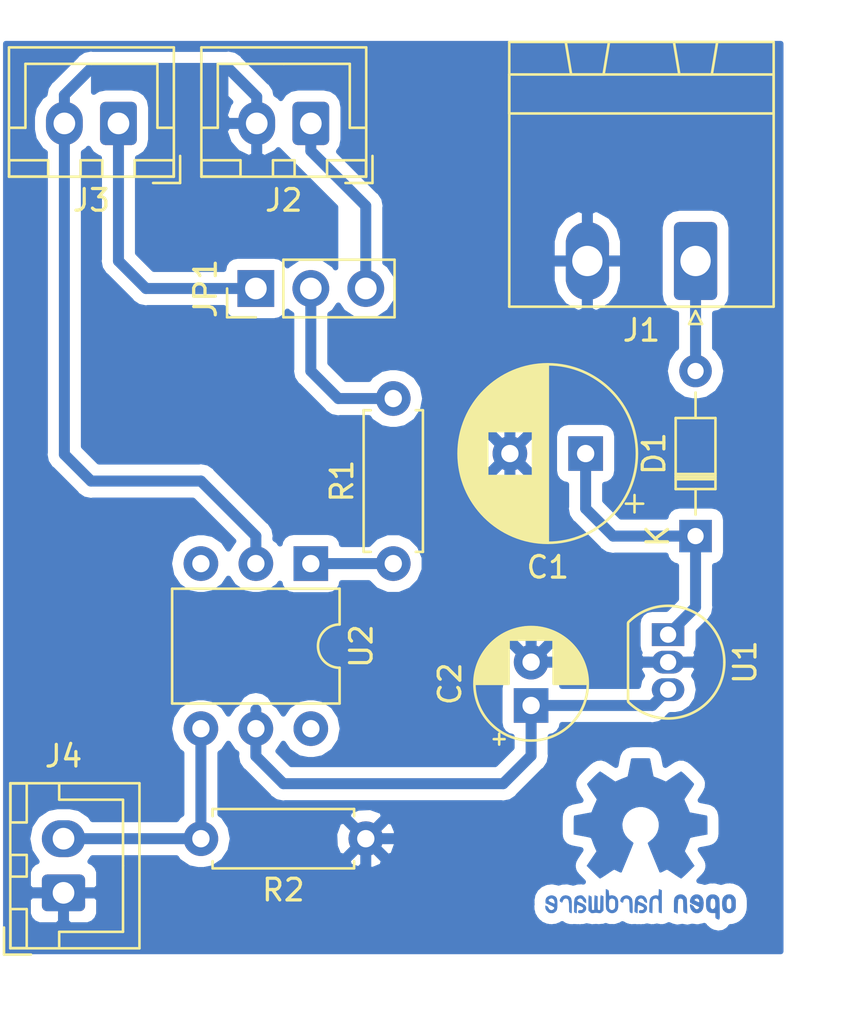
<source format=kicad_pcb>
(kicad_pcb (version 20171130) (host pcbnew 5.0.2-bee76a0~70~ubuntu18.04.1)

  (general
    (thickness 1.6)
    (drawings 0)
    (tracks 55)
    (zones 0)
    (modules 13)
    (nets 11)
  )

  (page User 210.007 148.006)
  (title_block
    (title "3D Printer 5V PWM/TTL Laser Adapter")
    (date 2019-02-16)
    (rev 1.0)
    (company "Pasquale 'sid' Fiorillo")
  )

  (layers
    (0 F.Cu signal)
    (31 B.Cu signal)
    (32 B.Adhes user)
    (33 F.Adhes user)
    (34 B.Paste user)
    (35 F.Paste user)
    (36 B.SilkS user)
    (37 F.SilkS user)
    (38 B.Mask user)
    (39 F.Mask user)
    (40 Dwgs.User user)
    (41 Cmts.User user)
    (42 Eco1.User user)
    (43 Eco2.User user)
    (44 Edge.Cuts user)
    (45 Margin user)
    (46 B.CrtYd user)
    (47 F.CrtYd user)
    (48 B.Fab user)
    (49 F.Fab user)
  )

  (setup
    (last_trace_width 0.25)
    (user_trace_width 0.508)
    (trace_clearance 0.2)
    (zone_clearance 0.508)
    (zone_45_only no)
    (trace_min 0.2)
    (segment_width 0.2)
    (edge_width 0.15)
    (via_size 0.8)
    (via_drill 0.4)
    (via_min_size 0.4)
    (via_min_drill 0.3)
    (uvia_size 0.3)
    (uvia_drill 0.1)
    (uvias_allowed no)
    (uvia_min_size 0.2)
    (uvia_min_drill 0.1)
    (pcb_text_width 0.3)
    (pcb_text_size 1.5 1.5)
    (mod_edge_width 0.15)
    (mod_text_size 1 1)
    (mod_text_width 0.15)
    (pad_size 1.524 1.524)
    (pad_drill 0.762)
    (pad_to_mask_clearance 0.051)
    (solder_mask_min_width 0.25)
    (aux_axis_origin 0 0)
    (visible_elements FFFFFF7F)
    (pcbplotparams
      (layerselection 0x010fc_ffffffff)
      (usegerberextensions false)
      (usegerberattributes false)
      (usegerberadvancedattributes false)
      (creategerberjobfile false)
      (excludeedgelayer true)
      (linewidth 0.100000)
      (plotframeref false)
      (viasonmask false)
      (mode 1)
      (useauxorigin false)
      (hpglpennumber 1)
      (hpglpenspeed 20)
      (hpglpendiameter 15.000000)
      (psnegative false)
      (psa4output false)
      (plotreference true)
      (plotvalue true)
      (plotinvisibletext false)
      (padsonsilk false)
      (subtractmaskfromsilk false)
      (outputformat 1)
      (mirror false)
      (drillshape 1)
      (scaleselection 1)
      (outputdirectory ""))
  )

  (net 0 "")
  (net 1 "Net-(C1-Pad1)")
  (net 2 GND)
  (net 3 /+5V)
  (net 4 "Net-(D1-Pad2)")
  (net 5 "Net-(J2-Pad1)")
  (net 6 "Net-(J2-Pad2)")
  (net 7 "Net-(J3-Pad1)")
  (net 8 "Net-(JP1-Pad2)")
  (net 9 "Net-(R1-Pad1)")
  (net 10 "Net-(J4-Pad2)")

  (net_class Default "This is the default net class."
    (clearance 0.2)
    (trace_width 0.25)
    (via_dia 0.8)
    (via_drill 0.4)
    (uvia_dia 0.3)
    (uvia_drill 0.1)
    (add_net /+5V)
    (add_net GND)
    (add_net "Net-(C1-Pad1)")
    (add_net "Net-(D1-Pad2)")
    (add_net "Net-(J2-Pad1)")
    (add_net "Net-(J2-Pad2)")
    (add_net "Net-(J3-Pad1)")
    (add_net "Net-(J4-Pad2)")
    (add_net "Net-(JP1-Pad2)")
    (add_net "Net-(R1-Pad1)")
  )

  (module Package_TO_SOT_THT:TO-92_Inline (layer F.Cu) (tedit 5A1DD157) (tstamp 5C726227)
    (at 100.33 50.27 270)
    (descr "TO-92 leads in-line, narrow, oval pads, drill 0.75mm (see NXP sot054_po.pdf)")
    (tags "to-92 sc-43 sc-43a sot54 PA33 transistor")
    (path /5C6F3313)
    (fp_text reference U1 (at 1.27 -3.56 270) (layer F.SilkS)
      (effects (font (size 1 1) (thickness 0.15)))
    )
    (fp_text value L7805 (at 1.27 2.79 270) (layer F.Fab)
      (effects (font (size 1 1) (thickness 0.15)))
    )
    (fp_text user %R (at 1.27 -3.56 270) (layer F.Fab)
      (effects (font (size 1 1) (thickness 0.15)))
    )
    (fp_line (start -0.53 1.85) (end 3.07 1.85) (layer F.SilkS) (width 0.12))
    (fp_line (start -0.5 1.75) (end 3 1.75) (layer F.Fab) (width 0.1))
    (fp_line (start -1.46 -2.73) (end 4 -2.73) (layer F.CrtYd) (width 0.05))
    (fp_line (start -1.46 -2.73) (end -1.46 2.01) (layer F.CrtYd) (width 0.05))
    (fp_line (start 4 2.01) (end 4 -2.73) (layer F.CrtYd) (width 0.05))
    (fp_line (start 4 2.01) (end -1.46 2.01) (layer F.CrtYd) (width 0.05))
    (fp_arc (start 1.27 0) (end 1.27 -2.48) (angle 135) (layer F.Fab) (width 0.1))
    (fp_arc (start 1.27 0) (end 1.27 -2.6) (angle -135) (layer F.SilkS) (width 0.12))
    (fp_arc (start 1.27 0) (end 1.27 -2.48) (angle -135) (layer F.Fab) (width 0.1))
    (fp_arc (start 1.27 0) (end 1.27 -2.6) (angle 135) (layer F.SilkS) (width 0.12))
    (pad 2 thru_hole oval (at 1.27 0 270) (size 1.05 1.5) (drill 0.75) (layers *.Cu *.Mask)
      (net 2 GND))
    (pad 3 thru_hole oval (at 2.54 0 270) (size 1.05 1.5) (drill 0.75) (layers *.Cu *.Mask)
      (net 3 /+5V))
    (pad 1 thru_hole rect (at 0 0 270) (size 1.05 1.5) (drill 0.75) (layers *.Cu *.Mask)
      (net 1 "Net-(C1-Pad1)"))
    (model ${KISYS3DMOD}/Package_TO_SOT_THT.3dshapes/TO-92_Inline.wrl
      (at (xyz 0 0 0))
      (scale (xyz 1 1 1))
      (rotate (xyz 0 0 0))
    )
  )

  (module Capacitor_THT:CP_Radial_D8.0mm_P3.50mm (layer F.Cu) (tedit 5C671157) (tstamp 5C72609E)
    (at 96.52 41.91 180)
    (descr "CP, Radial series, Radial, pin pitch=3.50mm, , diameter=8mm, Electrolytic Capacitor")
    (tags "CP Radial series Radial pin pitch 3.50mm  diameter 8mm Electrolytic Capacitor")
    (path /5C6F3182)
    (fp_text reference C1 (at 1.75 -5.25 180) (layer F.SilkS)
      (effects (font (size 1 1) (thickness 0.15)))
    )
    (fp_text value 100uF (at 1.75 5.25 180) (layer F.Fab)
      (effects (font (size 1 1) (thickness 0.15)))
    )
    (fp_circle (center 1.75 0) (end 5.75 0) (layer F.Fab) (width 0.1))
    (fp_circle (center 1.75 0) (end 5.87 0) (layer F.SilkS) (width 0.12))
    (fp_circle (center 1.75 0) (end 6 0) (layer F.CrtYd) (width 0.05))
    (fp_line (start -1.676759 -1.7475) (end -0.876759 -1.7475) (layer F.Fab) (width 0.1))
    (fp_line (start -1.276759 -2.1475) (end -1.276759 -1.3475) (layer F.Fab) (width 0.1))
    (fp_line (start 1.75 -4.08) (end 1.75 4.08) (layer F.SilkS) (width 0.12))
    (fp_line (start 1.79 -4.08) (end 1.79 4.08) (layer F.SilkS) (width 0.12))
    (fp_line (start 1.83 -4.08) (end 1.83 4.08) (layer F.SilkS) (width 0.12))
    (fp_line (start 1.87 -4.079) (end 1.87 4.079) (layer F.SilkS) (width 0.12))
    (fp_line (start 1.91 -4.077) (end 1.91 4.077) (layer F.SilkS) (width 0.12))
    (fp_line (start 1.95 -4.076) (end 1.95 4.076) (layer F.SilkS) (width 0.12))
    (fp_line (start 1.99 -4.074) (end 1.99 4.074) (layer F.SilkS) (width 0.12))
    (fp_line (start 2.03 -4.071) (end 2.03 4.071) (layer F.SilkS) (width 0.12))
    (fp_line (start 2.07 -4.068) (end 2.07 4.068) (layer F.SilkS) (width 0.12))
    (fp_line (start 2.11 -4.065) (end 2.11 4.065) (layer F.SilkS) (width 0.12))
    (fp_line (start 2.15 -4.061) (end 2.15 4.061) (layer F.SilkS) (width 0.12))
    (fp_line (start 2.19 -4.057) (end 2.19 4.057) (layer F.SilkS) (width 0.12))
    (fp_line (start 2.23 -4.052) (end 2.23 4.052) (layer F.SilkS) (width 0.12))
    (fp_line (start 2.27 -4.048) (end 2.27 4.048) (layer F.SilkS) (width 0.12))
    (fp_line (start 2.31 -4.042) (end 2.31 4.042) (layer F.SilkS) (width 0.12))
    (fp_line (start 2.35 -4.037) (end 2.35 4.037) (layer F.SilkS) (width 0.12))
    (fp_line (start 2.39 -4.03) (end 2.39 4.03) (layer F.SilkS) (width 0.12))
    (fp_line (start 2.43 -4.024) (end 2.43 4.024) (layer F.SilkS) (width 0.12))
    (fp_line (start 2.471 -4.017) (end 2.471 -1.04) (layer F.SilkS) (width 0.12))
    (fp_line (start 2.471 1.04) (end 2.471 4.017) (layer F.SilkS) (width 0.12))
    (fp_line (start 2.511 -4.01) (end 2.511 -1.04) (layer F.SilkS) (width 0.12))
    (fp_line (start 2.511 1.04) (end 2.511 4.01) (layer F.SilkS) (width 0.12))
    (fp_line (start 2.551 -4.002) (end 2.551 -1.04) (layer F.SilkS) (width 0.12))
    (fp_line (start 2.551 1.04) (end 2.551 4.002) (layer F.SilkS) (width 0.12))
    (fp_line (start 2.591 -3.994) (end 2.591 -1.04) (layer F.SilkS) (width 0.12))
    (fp_line (start 2.591 1.04) (end 2.591 3.994) (layer F.SilkS) (width 0.12))
    (fp_line (start 2.631 -3.985) (end 2.631 -1.04) (layer F.SilkS) (width 0.12))
    (fp_line (start 2.631 1.04) (end 2.631 3.985) (layer F.SilkS) (width 0.12))
    (fp_line (start 2.671 -3.976) (end 2.671 -1.04) (layer F.SilkS) (width 0.12))
    (fp_line (start 2.671 1.04) (end 2.671 3.976) (layer F.SilkS) (width 0.12))
    (fp_line (start 2.711 -3.967) (end 2.711 -1.04) (layer F.SilkS) (width 0.12))
    (fp_line (start 2.711 1.04) (end 2.711 3.967) (layer F.SilkS) (width 0.12))
    (fp_line (start 2.751 -3.957) (end 2.751 -1.04) (layer F.SilkS) (width 0.12))
    (fp_line (start 2.751 1.04) (end 2.751 3.957) (layer F.SilkS) (width 0.12))
    (fp_line (start 2.791 -3.947) (end 2.791 -1.04) (layer F.SilkS) (width 0.12))
    (fp_line (start 2.791 1.04) (end 2.791 3.947) (layer F.SilkS) (width 0.12))
    (fp_line (start 2.831 -3.936) (end 2.831 -1.04) (layer F.SilkS) (width 0.12))
    (fp_line (start 2.831 1.04) (end 2.831 3.936) (layer F.SilkS) (width 0.12))
    (fp_line (start 2.871 -3.925) (end 2.871 -1.04) (layer F.SilkS) (width 0.12))
    (fp_line (start 2.871 1.04) (end 2.871 3.925) (layer F.SilkS) (width 0.12))
    (fp_line (start 2.911 -3.914) (end 2.911 -1.04) (layer F.SilkS) (width 0.12))
    (fp_line (start 2.911 1.04) (end 2.911 3.914) (layer F.SilkS) (width 0.12))
    (fp_line (start 2.951 -3.902) (end 2.951 -1.04) (layer F.SilkS) (width 0.12))
    (fp_line (start 2.951 1.04) (end 2.951 3.902) (layer F.SilkS) (width 0.12))
    (fp_line (start 2.991 -3.889) (end 2.991 -1.04) (layer F.SilkS) (width 0.12))
    (fp_line (start 2.991 1.04) (end 2.991 3.889) (layer F.SilkS) (width 0.12))
    (fp_line (start 3.031 -3.877) (end 3.031 -1.04) (layer F.SilkS) (width 0.12))
    (fp_line (start 3.031 1.04) (end 3.031 3.877) (layer F.SilkS) (width 0.12))
    (fp_line (start 3.071 -3.863) (end 3.071 -1.04) (layer F.SilkS) (width 0.12))
    (fp_line (start 3.071 1.04) (end 3.071 3.863) (layer F.SilkS) (width 0.12))
    (fp_line (start 3.111 -3.85) (end 3.111 -1.04) (layer F.SilkS) (width 0.12))
    (fp_line (start 3.111 1.04) (end 3.111 3.85) (layer F.SilkS) (width 0.12))
    (fp_line (start 3.151 -3.835) (end 3.151 -1.04) (layer F.SilkS) (width 0.12))
    (fp_line (start 3.151 1.04) (end 3.151 3.835) (layer F.SilkS) (width 0.12))
    (fp_line (start 3.191 -3.821) (end 3.191 -1.04) (layer F.SilkS) (width 0.12))
    (fp_line (start 3.191 1.04) (end 3.191 3.821) (layer F.SilkS) (width 0.12))
    (fp_line (start 3.231 -3.805) (end 3.231 -1.04) (layer F.SilkS) (width 0.12))
    (fp_line (start 3.231 1.04) (end 3.231 3.805) (layer F.SilkS) (width 0.12))
    (fp_line (start 3.271 -3.79) (end 3.271 -1.04) (layer F.SilkS) (width 0.12))
    (fp_line (start 3.271 1.04) (end 3.271 3.79) (layer F.SilkS) (width 0.12))
    (fp_line (start 3.311 -3.774) (end 3.311 -1.04) (layer F.SilkS) (width 0.12))
    (fp_line (start 3.311 1.04) (end 3.311 3.774) (layer F.SilkS) (width 0.12))
    (fp_line (start 3.351 -3.757) (end 3.351 -1.04) (layer F.SilkS) (width 0.12))
    (fp_line (start 3.351 1.04) (end 3.351 3.757) (layer F.SilkS) (width 0.12))
    (fp_line (start 3.391 -3.74) (end 3.391 -1.04) (layer F.SilkS) (width 0.12))
    (fp_line (start 3.391 1.04) (end 3.391 3.74) (layer F.SilkS) (width 0.12))
    (fp_line (start 3.431 -3.722) (end 3.431 -1.04) (layer F.SilkS) (width 0.12))
    (fp_line (start 3.431 1.04) (end 3.431 3.722) (layer F.SilkS) (width 0.12))
    (fp_line (start 3.471 -3.704) (end 3.471 -1.04) (layer F.SilkS) (width 0.12))
    (fp_line (start 3.471 1.04) (end 3.471 3.704) (layer F.SilkS) (width 0.12))
    (fp_line (start 3.511 -3.686) (end 3.511 -1.04) (layer F.SilkS) (width 0.12))
    (fp_line (start 3.511 1.04) (end 3.511 3.686) (layer F.SilkS) (width 0.12))
    (fp_line (start 3.551 -3.666) (end 3.551 -1.04) (layer F.SilkS) (width 0.12))
    (fp_line (start 3.551 1.04) (end 3.551 3.666) (layer F.SilkS) (width 0.12))
    (fp_line (start 3.591 -3.647) (end 3.591 -1.04) (layer F.SilkS) (width 0.12))
    (fp_line (start 3.591 1.04) (end 3.591 3.647) (layer F.SilkS) (width 0.12))
    (fp_line (start 3.631 -3.627) (end 3.631 -1.04) (layer F.SilkS) (width 0.12))
    (fp_line (start 3.631 1.04) (end 3.631 3.627) (layer F.SilkS) (width 0.12))
    (fp_line (start 3.671 -3.606) (end 3.671 -1.04) (layer F.SilkS) (width 0.12))
    (fp_line (start 3.671 1.04) (end 3.671 3.606) (layer F.SilkS) (width 0.12))
    (fp_line (start 3.711 -3.584) (end 3.711 -1.04) (layer F.SilkS) (width 0.12))
    (fp_line (start 3.711 1.04) (end 3.711 3.584) (layer F.SilkS) (width 0.12))
    (fp_line (start 3.751 -3.562) (end 3.751 -1.04) (layer F.SilkS) (width 0.12))
    (fp_line (start 3.751 1.04) (end 3.751 3.562) (layer F.SilkS) (width 0.12))
    (fp_line (start 3.791 -3.54) (end 3.791 -1.04) (layer F.SilkS) (width 0.12))
    (fp_line (start 3.791 1.04) (end 3.791 3.54) (layer F.SilkS) (width 0.12))
    (fp_line (start 3.831 -3.517) (end 3.831 -1.04) (layer F.SilkS) (width 0.12))
    (fp_line (start 3.831 1.04) (end 3.831 3.517) (layer F.SilkS) (width 0.12))
    (fp_line (start 3.871 -3.493) (end 3.871 -1.04) (layer F.SilkS) (width 0.12))
    (fp_line (start 3.871 1.04) (end 3.871 3.493) (layer F.SilkS) (width 0.12))
    (fp_line (start 3.911 -3.469) (end 3.911 -1.04) (layer F.SilkS) (width 0.12))
    (fp_line (start 3.911 1.04) (end 3.911 3.469) (layer F.SilkS) (width 0.12))
    (fp_line (start 3.951 -3.444) (end 3.951 -1.04) (layer F.SilkS) (width 0.12))
    (fp_line (start 3.951 1.04) (end 3.951 3.444) (layer F.SilkS) (width 0.12))
    (fp_line (start 3.991 -3.418) (end 3.991 -1.04) (layer F.SilkS) (width 0.12))
    (fp_line (start 3.991 1.04) (end 3.991 3.418) (layer F.SilkS) (width 0.12))
    (fp_line (start 4.031 -3.392) (end 4.031 -1.04) (layer F.SilkS) (width 0.12))
    (fp_line (start 4.031 1.04) (end 4.031 3.392) (layer F.SilkS) (width 0.12))
    (fp_line (start 4.071 -3.365) (end 4.071 -1.04) (layer F.SilkS) (width 0.12))
    (fp_line (start 4.071 1.04) (end 4.071 3.365) (layer F.SilkS) (width 0.12))
    (fp_line (start 4.111 -3.338) (end 4.111 -1.04) (layer F.SilkS) (width 0.12))
    (fp_line (start 4.111 1.04) (end 4.111 3.338) (layer F.SilkS) (width 0.12))
    (fp_line (start 4.151 -3.309) (end 4.151 -1.04) (layer F.SilkS) (width 0.12))
    (fp_line (start 4.151 1.04) (end 4.151 3.309) (layer F.SilkS) (width 0.12))
    (fp_line (start 4.191 -3.28) (end 4.191 -1.04) (layer F.SilkS) (width 0.12))
    (fp_line (start 4.191 1.04) (end 4.191 3.28) (layer F.SilkS) (width 0.12))
    (fp_line (start 4.231 -3.25) (end 4.231 -1.04) (layer F.SilkS) (width 0.12))
    (fp_line (start 4.231 1.04) (end 4.231 3.25) (layer F.SilkS) (width 0.12))
    (fp_line (start 4.271 -3.22) (end 4.271 -1.04) (layer F.SilkS) (width 0.12))
    (fp_line (start 4.271 1.04) (end 4.271 3.22) (layer F.SilkS) (width 0.12))
    (fp_line (start 4.311 -3.189) (end 4.311 -1.04) (layer F.SilkS) (width 0.12))
    (fp_line (start 4.311 1.04) (end 4.311 3.189) (layer F.SilkS) (width 0.12))
    (fp_line (start 4.351 -3.156) (end 4.351 -1.04) (layer F.SilkS) (width 0.12))
    (fp_line (start 4.351 1.04) (end 4.351 3.156) (layer F.SilkS) (width 0.12))
    (fp_line (start 4.391 -3.124) (end 4.391 -1.04) (layer F.SilkS) (width 0.12))
    (fp_line (start 4.391 1.04) (end 4.391 3.124) (layer F.SilkS) (width 0.12))
    (fp_line (start 4.431 -3.09) (end 4.431 -1.04) (layer F.SilkS) (width 0.12))
    (fp_line (start 4.431 1.04) (end 4.431 3.09) (layer F.SilkS) (width 0.12))
    (fp_line (start 4.471 -3.055) (end 4.471 -1.04) (layer F.SilkS) (width 0.12))
    (fp_line (start 4.471 1.04) (end 4.471 3.055) (layer F.SilkS) (width 0.12))
    (fp_line (start 4.511 -3.019) (end 4.511 -1.04) (layer F.SilkS) (width 0.12))
    (fp_line (start 4.511 1.04) (end 4.511 3.019) (layer F.SilkS) (width 0.12))
    (fp_line (start 4.551 -2.983) (end 4.551 2.983) (layer F.SilkS) (width 0.12))
    (fp_line (start 4.591 -2.945) (end 4.591 2.945) (layer F.SilkS) (width 0.12))
    (fp_line (start 4.631 -2.907) (end 4.631 2.907) (layer F.SilkS) (width 0.12))
    (fp_line (start 4.671 -2.867) (end 4.671 2.867) (layer F.SilkS) (width 0.12))
    (fp_line (start 4.711 -2.826) (end 4.711 2.826) (layer F.SilkS) (width 0.12))
    (fp_line (start 4.751 -2.784) (end 4.751 2.784) (layer F.SilkS) (width 0.12))
    (fp_line (start 4.791 -2.741) (end 4.791 2.741) (layer F.SilkS) (width 0.12))
    (fp_line (start 4.831 -2.697) (end 4.831 2.697) (layer F.SilkS) (width 0.12))
    (fp_line (start 4.871 -2.651) (end 4.871 2.651) (layer F.SilkS) (width 0.12))
    (fp_line (start 4.911 -2.604) (end 4.911 2.604) (layer F.SilkS) (width 0.12))
    (fp_line (start 4.951 -2.556) (end 4.951 2.556) (layer F.SilkS) (width 0.12))
    (fp_line (start 4.991 -2.505) (end 4.991 2.505) (layer F.SilkS) (width 0.12))
    (fp_line (start 5.031 -2.454) (end 5.031 2.454) (layer F.SilkS) (width 0.12))
    (fp_line (start 5.071 -2.4) (end 5.071 2.4) (layer F.SilkS) (width 0.12))
    (fp_line (start 5.111 -2.345) (end 5.111 2.345) (layer F.SilkS) (width 0.12))
    (fp_line (start 5.151 -2.287) (end 5.151 2.287) (layer F.SilkS) (width 0.12))
    (fp_line (start 5.191 -2.228) (end 5.191 2.228) (layer F.SilkS) (width 0.12))
    (fp_line (start 5.231 -2.166) (end 5.231 2.166) (layer F.SilkS) (width 0.12))
    (fp_line (start 5.271 -2.102) (end 5.271 2.102) (layer F.SilkS) (width 0.12))
    (fp_line (start 5.311 -2.034) (end 5.311 2.034) (layer F.SilkS) (width 0.12))
    (fp_line (start 5.351 -1.964) (end 5.351 1.964) (layer F.SilkS) (width 0.12))
    (fp_line (start 5.391 -1.89) (end 5.391 1.89) (layer F.SilkS) (width 0.12))
    (fp_line (start 5.431 -1.813) (end 5.431 1.813) (layer F.SilkS) (width 0.12))
    (fp_line (start 5.471 -1.731) (end 5.471 1.731) (layer F.SilkS) (width 0.12))
    (fp_line (start 5.511 -1.645) (end 5.511 1.645) (layer F.SilkS) (width 0.12))
    (fp_line (start 5.551 -1.552) (end 5.551 1.552) (layer F.SilkS) (width 0.12))
    (fp_line (start 5.591 -1.453) (end 5.591 1.453) (layer F.SilkS) (width 0.12))
    (fp_line (start 5.631 -1.346) (end 5.631 1.346) (layer F.SilkS) (width 0.12))
    (fp_line (start 5.671 -1.229) (end 5.671 1.229) (layer F.SilkS) (width 0.12))
    (fp_line (start 5.711 -1.098) (end 5.711 1.098) (layer F.SilkS) (width 0.12))
    (fp_line (start 5.751 -0.948) (end 5.751 0.948) (layer F.SilkS) (width 0.12))
    (fp_line (start 5.791 -0.768) (end 5.791 0.768) (layer F.SilkS) (width 0.12))
    (fp_line (start 5.831 -0.533) (end 5.831 0.533) (layer F.SilkS) (width 0.12))
    (fp_line (start -2.659698 -2.315) (end -1.859698 -2.315) (layer F.SilkS) (width 0.12))
    (fp_line (start -2.259698 -2.715) (end -2.259698 -1.915) (layer F.SilkS) (width 0.12))
    (fp_text user %R (at 1.75 0 180) (layer F.Fab)
      (effects (font (size 1 1) (thickness 0.15)))
    )
    (pad 1 thru_hole rect (at 0 0 180) (size 1.6 1.6) (drill 0.8) (layers *.Cu *.Mask)
      (net 1 "Net-(C1-Pad1)"))
    (pad 2 thru_hole circle (at 3.5 0 180) (size 1.6 1.6) (drill 0.8) (layers *.Cu *.Mask)
      (net 2 GND))
    (model ${KISYS3DMOD}/Capacitor_THT.3dshapes/CP_Radial_D8.0mm_P3.50mm.wrl
      (at (xyz 0 0 0))
      (scale (xyz 1 1 1))
      (rotate (xyz 0 0 0))
    )
  )

  (module Capacitor_THT:CP_Radial_D5.0mm_P2.00mm (layer F.Cu) (tedit 5AE50EF0) (tstamp 5C726121)
    (at 94 53.54 90)
    (descr "CP, Radial series, Radial, pin pitch=2.00mm, , diameter=5mm, Electrolytic Capacitor")
    (tags "CP Radial series Radial pin pitch 2.00mm  diameter 5mm Electrolytic Capacitor")
    (path /5C6F31F0)
    (fp_text reference C2 (at 1 -3.75 90) (layer F.SilkS)
      (effects (font (size 1 1) (thickness 0.15)))
    )
    (fp_text value 0.1uF (at 1 3.75 90) (layer F.Fab)
      (effects (font (size 1 1) (thickness 0.15)))
    )
    (fp_circle (center 1 0) (end 3.5 0) (layer F.Fab) (width 0.1))
    (fp_circle (center 1 0) (end 3.62 0) (layer F.SilkS) (width 0.12))
    (fp_circle (center 1 0) (end 3.75 0) (layer F.CrtYd) (width 0.05))
    (fp_line (start -1.133605 -1.0875) (end -0.633605 -1.0875) (layer F.Fab) (width 0.1))
    (fp_line (start -0.883605 -1.3375) (end -0.883605 -0.8375) (layer F.Fab) (width 0.1))
    (fp_line (start 1 1.04) (end 1 2.58) (layer F.SilkS) (width 0.12))
    (fp_line (start 1 -2.58) (end 1 -1.04) (layer F.SilkS) (width 0.12))
    (fp_line (start 1.04 1.04) (end 1.04 2.58) (layer F.SilkS) (width 0.12))
    (fp_line (start 1.04 -2.58) (end 1.04 -1.04) (layer F.SilkS) (width 0.12))
    (fp_line (start 1.08 -2.579) (end 1.08 -1.04) (layer F.SilkS) (width 0.12))
    (fp_line (start 1.08 1.04) (end 1.08 2.579) (layer F.SilkS) (width 0.12))
    (fp_line (start 1.12 -2.578) (end 1.12 -1.04) (layer F.SilkS) (width 0.12))
    (fp_line (start 1.12 1.04) (end 1.12 2.578) (layer F.SilkS) (width 0.12))
    (fp_line (start 1.16 -2.576) (end 1.16 -1.04) (layer F.SilkS) (width 0.12))
    (fp_line (start 1.16 1.04) (end 1.16 2.576) (layer F.SilkS) (width 0.12))
    (fp_line (start 1.2 -2.573) (end 1.2 -1.04) (layer F.SilkS) (width 0.12))
    (fp_line (start 1.2 1.04) (end 1.2 2.573) (layer F.SilkS) (width 0.12))
    (fp_line (start 1.24 -2.569) (end 1.24 -1.04) (layer F.SilkS) (width 0.12))
    (fp_line (start 1.24 1.04) (end 1.24 2.569) (layer F.SilkS) (width 0.12))
    (fp_line (start 1.28 -2.565) (end 1.28 -1.04) (layer F.SilkS) (width 0.12))
    (fp_line (start 1.28 1.04) (end 1.28 2.565) (layer F.SilkS) (width 0.12))
    (fp_line (start 1.32 -2.561) (end 1.32 -1.04) (layer F.SilkS) (width 0.12))
    (fp_line (start 1.32 1.04) (end 1.32 2.561) (layer F.SilkS) (width 0.12))
    (fp_line (start 1.36 -2.556) (end 1.36 -1.04) (layer F.SilkS) (width 0.12))
    (fp_line (start 1.36 1.04) (end 1.36 2.556) (layer F.SilkS) (width 0.12))
    (fp_line (start 1.4 -2.55) (end 1.4 -1.04) (layer F.SilkS) (width 0.12))
    (fp_line (start 1.4 1.04) (end 1.4 2.55) (layer F.SilkS) (width 0.12))
    (fp_line (start 1.44 -2.543) (end 1.44 -1.04) (layer F.SilkS) (width 0.12))
    (fp_line (start 1.44 1.04) (end 1.44 2.543) (layer F.SilkS) (width 0.12))
    (fp_line (start 1.48 -2.536) (end 1.48 -1.04) (layer F.SilkS) (width 0.12))
    (fp_line (start 1.48 1.04) (end 1.48 2.536) (layer F.SilkS) (width 0.12))
    (fp_line (start 1.52 -2.528) (end 1.52 -1.04) (layer F.SilkS) (width 0.12))
    (fp_line (start 1.52 1.04) (end 1.52 2.528) (layer F.SilkS) (width 0.12))
    (fp_line (start 1.56 -2.52) (end 1.56 -1.04) (layer F.SilkS) (width 0.12))
    (fp_line (start 1.56 1.04) (end 1.56 2.52) (layer F.SilkS) (width 0.12))
    (fp_line (start 1.6 -2.511) (end 1.6 -1.04) (layer F.SilkS) (width 0.12))
    (fp_line (start 1.6 1.04) (end 1.6 2.511) (layer F.SilkS) (width 0.12))
    (fp_line (start 1.64 -2.501) (end 1.64 -1.04) (layer F.SilkS) (width 0.12))
    (fp_line (start 1.64 1.04) (end 1.64 2.501) (layer F.SilkS) (width 0.12))
    (fp_line (start 1.68 -2.491) (end 1.68 -1.04) (layer F.SilkS) (width 0.12))
    (fp_line (start 1.68 1.04) (end 1.68 2.491) (layer F.SilkS) (width 0.12))
    (fp_line (start 1.721 -2.48) (end 1.721 -1.04) (layer F.SilkS) (width 0.12))
    (fp_line (start 1.721 1.04) (end 1.721 2.48) (layer F.SilkS) (width 0.12))
    (fp_line (start 1.761 -2.468) (end 1.761 -1.04) (layer F.SilkS) (width 0.12))
    (fp_line (start 1.761 1.04) (end 1.761 2.468) (layer F.SilkS) (width 0.12))
    (fp_line (start 1.801 -2.455) (end 1.801 -1.04) (layer F.SilkS) (width 0.12))
    (fp_line (start 1.801 1.04) (end 1.801 2.455) (layer F.SilkS) (width 0.12))
    (fp_line (start 1.841 -2.442) (end 1.841 -1.04) (layer F.SilkS) (width 0.12))
    (fp_line (start 1.841 1.04) (end 1.841 2.442) (layer F.SilkS) (width 0.12))
    (fp_line (start 1.881 -2.428) (end 1.881 -1.04) (layer F.SilkS) (width 0.12))
    (fp_line (start 1.881 1.04) (end 1.881 2.428) (layer F.SilkS) (width 0.12))
    (fp_line (start 1.921 -2.414) (end 1.921 -1.04) (layer F.SilkS) (width 0.12))
    (fp_line (start 1.921 1.04) (end 1.921 2.414) (layer F.SilkS) (width 0.12))
    (fp_line (start 1.961 -2.398) (end 1.961 -1.04) (layer F.SilkS) (width 0.12))
    (fp_line (start 1.961 1.04) (end 1.961 2.398) (layer F.SilkS) (width 0.12))
    (fp_line (start 2.001 -2.382) (end 2.001 -1.04) (layer F.SilkS) (width 0.12))
    (fp_line (start 2.001 1.04) (end 2.001 2.382) (layer F.SilkS) (width 0.12))
    (fp_line (start 2.041 -2.365) (end 2.041 -1.04) (layer F.SilkS) (width 0.12))
    (fp_line (start 2.041 1.04) (end 2.041 2.365) (layer F.SilkS) (width 0.12))
    (fp_line (start 2.081 -2.348) (end 2.081 -1.04) (layer F.SilkS) (width 0.12))
    (fp_line (start 2.081 1.04) (end 2.081 2.348) (layer F.SilkS) (width 0.12))
    (fp_line (start 2.121 -2.329) (end 2.121 -1.04) (layer F.SilkS) (width 0.12))
    (fp_line (start 2.121 1.04) (end 2.121 2.329) (layer F.SilkS) (width 0.12))
    (fp_line (start 2.161 -2.31) (end 2.161 -1.04) (layer F.SilkS) (width 0.12))
    (fp_line (start 2.161 1.04) (end 2.161 2.31) (layer F.SilkS) (width 0.12))
    (fp_line (start 2.201 -2.29) (end 2.201 -1.04) (layer F.SilkS) (width 0.12))
    (fp_line (start 2.201 1.04) (end 2.201 2.29) (layer F.SilkS) (width 0.12))
    (fp_line (start 2.241 -2.268) (end 2.241 -1.04) (layer F.SilkS) (width 0.12))
    (fp_line (start 2.241 1.04) (end 2.241 2.268) (layer F.SilkS) (width 0.12))
    (fp_line (start 2.281 -2.247) (end 2.281 -1.04) (layer F.SilkS) (width 0.12))
    (fp_line (start 2.281 1.04) (end 2.281 2.247) (layer F.SilkS) (width 0.12))
    (fp_line (start 2.321 -2.224) (end 2.321 -1.04) (layer F.SilkS) (width 0.12))
    (fp_line (start 2.321 1.04) (end 2.321 2.224) (layer F.SilkS) (width 0.12))
    (fp_line (start 2.361 -2.2) (end 2.361 -1.04) (layer F.SilkS) (width 0.12))
    (fp_line (start 2.361 1.04) (end 2.361 2.2) (layer F.SilkS) (width 0.12))
    (fp_line (start 2.401 -2.175) (end 2.401 -1.04) (layer F.SilkS) (width 0.12))
    (fp_line (start 2.401 1.04) (end 2.401 2.175) (layer F.SilkS) (width 0.12))
    (fp_line (start 2.441 -2.149) (end 2.441 -1.04) (layer F.SilkS) (width 0.12))
    (fp_line (start 2.441 1.04) (end 2.441 2.149) (layer F.SilkS) (width 0.12))
    (fp_line (start 2.481 -2.122) (end 2.481 -1.04) (layer F.SilkS) (width 0.12))
    (fp_line (start 2.481 1.04) (end 2.481 2.122) (layer F.SilkS) (width 0.12))
    (fp_line (start 2.521 -2.095) (end 2.521 -1.04) (layer F.SilkS) (width 0.12))
    (fp_line (start 2.521 1.04) (end 2.521 2.095) (layer F.SilkS) (width 0.12))
    (fp_line (start 2.561 -2.065) (end 2.561 -1.04) (layer F.SilkS) (width 0.12))
    (fp_line (start 2.561 1.04) (end 2.561 2.065) (layer F.SilkS) (width 0.12))
    (fp_line (start 2.601 -2.035) (end 2.601 -1.04) (layer F.SilkS) (width 0.12))
    (fp_line (start 2.601 1.04) (end 2.601 2.035) (layer F.SilkS) (width 0.12))
    (fp_line (start 2.641 -2.004) (end 2.641 -1.04) (layer F.SilkS) (width 0.12))
    (fp_line (start 2.641 1.04) (end 2.641 2.004) (layer F.SilkS) (width 0.12))
    (fp_line (start 2.681 -1.971) (end 2.681 -1.04) (layer F.SilkS) (width 0.12))
    (fp_line (start 2.681 1.04) (end 2.681 1.971) (layer F.SilkS) (width 0.12))
    (fp_line (start 2.721 -1.937) (end 2.721 -1.04) (layer F.SilkS) (width 0.12))
    (fp_line (start 2.721 1.04) (end 2.721 1.937) (layer F.SilkS) (width 0.12))
    (fp_line (start 2.761 -1.901) (end 2.761 -1.04) (layer F.SilkS) (width 0.12))
    (fp_line (start 2.761 1.04) (end 2.761 1.901) (layer F.SilkS) (width 0.12))
    (fp_line (start 2.801 -1.864) (end 2.801 -1.04) (layer F.SilkS) (width 0.12))
    (fp_line (start 2.801 1.04) (end 2.801 1.864) (layer F.SilkS) (width 0.12))
    (fp_line (start 2.841 -1.826) (end 2.841 -1.04) (layer F.SilkS) (width 0.12))
    (fp_line (start 2.841 1.04) (end 2.841 1.826) (layer F.SilkS) (width 0.12))
    (fp_line (start 2.881 -1.785) (end 2.881 -1.04) (layer F.SilkS) (width 0.12))
    (fp_line (start 2.881 1.04) (end 2.881 1.785) (layer F.SilkS) (width 0.12))
    (fp_line (start 2.921 -1.743) (end 2.921 -1.04) (layer F.SilkS) (width 0.12))
    (fp_line (start 2.921 1.04) (end 2.921 1.743) (layer F.SilkS) (width 0.12))
    (fp_line (start 2.961 -1.699) (end 2.961 -1.04) (layer F.SilkS) (width 0.12))
    (fp_line (start 2.961 1.04) (end 2.961 1.699) (layer F.SilkS) (width 0.12))
    (fp_line (start 3.001 -1.653) (end 3.001 -1.04) (layer F.SilkS) (width 0.12))
    (fp_line (start 3.001 1.04) (end 3.001 1.653) (layer F.SilkS) (width 0.12))
    (fp_line (start 3.041 -1.605) (end 3.041 1.605) (layer F.SilkS) (width 0.12))
    (fp_line (start 3.081 -1.554) (end 3.081 1.554) (layer F.SilkS) (width 0.12))
    (fp_line (start 3.121 -1.5) (end 3.121 1.5) (layer F.SilkS) (width 0.12))
    (fp_line (start 3.161 -1.443) (end 3.161 1.443) (layer F.SilkS) (width 0.12))
    (fp_line (start 3.201 -1.383) (end 3.201 1.383) (layer F.SilkS) (width 0.12))
    (fp_line (start 3.241 -1.319) (end 3.241 1.319) (layer F.SilkS) (width 0.12))
    (fp_line (start 3.281 -1.251) (end 3.281 1.251) (layer F.SilkS) (width 0.12))
    (fp_line (start 3.321 -1.178) (end 3.321 1.178) (layer F.SilkS) (width 0.12))
    (fp_line (start 3.361 -1.098) (end 3.361 1.098) (layer F.SilkS) (width 0.12))
    (fp_line (start 3.401 -1.011) (end 3.401 1.011) (layer F.SilkS) (width 0.12))
    (fp_line (start 3.441 -0.915) (end 3.441 0.915) (layer F.SilkS) (width 0.12))
    (fp_line (start 3.481 -0.805) (end 3.481 0.805) (layer F.SilkS) (width 0.12))
    (fp_line (start 3.521 -0.677) (end 3.521 0.677) (layer F.SilkS) (width 0.12))
    (fp_line (start 3.561 -0.518) (end 3.561 0.518) (layer F.SilkS) (width 0.12))
    (fp_line (start 3.601 -0.284) (end 3.601 0.284) (layer F.SilkS) (width 0.12))
    (fp_line (start -1.804775 -1.475) (end -1.304775 -1.475) (layer F.SilkS) (width 0.12))
    (fp_line (start -1.554775 -1.725) (end -1.554775 -1.225) (layer F.SilkS) (width 0.12))
    (fp_text user %R (at 1 0 90) (layer F.Fab)
      (effects (font (size 1 1) (thickness 0.15)))
    )
    (pad 1 thru_hole rect (at 0 0 90) (size 1.6 1.6) (drill 0.8) (layers *.Cu *.Mask)
      (net 3 /+5V))
    (pad 2 thru_hole circle (at 2 0 90) (size 1.6 1.6) (drill 0.8) (layers *.Cu *.Mask)
      (net 2 GND))
    (model ${KISYS3DMOD}/Capacitor_THT.3dshapes/CP_Radial_D5.0mm_P2.00mm.wrl
      (at (xyz 0 0 0))
      (scale (xyz 1 1 1))
      (rotate (xyz 0 0 0))
    )
  )

  (module Diode_THT:D_DO-34_SOD68_P7.62mm_Horizontal (layer F.Cu) (tedit 5AE50CD5) (tstamp 5C726140)
    (at 101.6 45.72 90)
    (descr "Diode, DO-34_SOD68 series, Axial, Horizontal, pin pitch=7.62mm, , length*diameter=3.04*1.6mm^2, , https://www.nxp.com/docs/en/data-sheet/KTY83_SER.pdf")
    (tags "Diode DO-34_SOD68 series Axial Horizontal pin pitch 7.62mm  length 3.04mm diameter 1.6mm")
    (path /5C6FA6A5)
    (fp_text reference D1 (at 3.81 -1.92 90) (layer F.SilkS)
      (effects (font (size 1 1) (thickness 0.15)))
    )
    (fp_text value 1N4148 (at 3.81 1.92 90) (layer F.Fab)
      (effects (font (size 1 1) (thickness 0.15)))
    )
    (fp_line (start 2.29 -0.8) (end 2.29 0.8) (layer F.Fab) (width 0.1))
    (fp_line (start 2.29 0.8) (end 5.33 0.8) (layer F.Fab) (width 0.1))
    (fp_line (start 5.33 0.8) (end 5.33 -0.8) (layer F.Fab) (width 0.1))
    (fp_line (start 5.33 -0.8) (end 2.29 -0.8) (layer F.Fab) (width 0.1))
    (fp_line (start 0 0) (end 2.29 0) (layer F.Fab) (width 0.1))
    (fp_line (start 7.62 0) (end 5.33 0) (layer F.Fab) (width 0.1))
    (fp_line (start 2.746 -0.8) (end 2.746 0.8) (layer F.Fab) (width 0.1))
    (fp_line (start 2.846 -0.8) (end 2.846 0.8) (layer F.Fab) (width 0.1))
    (fp_line (start 2.646 -0.8) (end 2.646 0.8) (layer F.Fab) (width 0.1))
    (fp_line (start 2.17 -0.92) (end 2.17 0.92) (layer F.SilkS) (width 0.12))
    (fp_line (start 2.17 0.92) (end 5.45 0.92) (layer F.SilkS) (width 0.12))
    (fp_line (start 5.45 0.92) (end 5.45 -0.92) (layer F.SilkS) (width 0.12))
    (fp_line (start 5.45 -0.92) (end 2.17 -0.92) (layer F.SilkS) (width 0.12))
    (fp_line (start 0.99 0) (end 2.17 0) (layer F.SilkS) (width 0.12))
    (fp_line (start 6.63 0) (end 5.45 0) (layer F.SilkS) (width 0.12))
    (fp_line (start 2.746 -0.92) (end 2.746 0.92) (layer F.SilkS) (width 0.12))
    (fp_line (start 2.866 -0.92) (end 2.866 0.92) (layer F.SilkS) (width 0.12))
    (fp_line (start 2.626 -0.92) (end 2.626 0.92) (layer F.SilkS) (width 0.12))
    (fp_line (start -1 -1.05) (end -1 1.05) (layer F.CrtYd) (width 0.05))
    (fp_line (start -1 1.05) (end 8.63 1.05) (layer F.CrtYd) (width 0.05))
    (fp_line (start 8.63 1.05) (end 8.63 -1.05) (layer F.CrtYd) (width 0.05))
    (fp_line (start 8.63 -1.05) (end -1 -1.05) (layer F.CrtYd) (width 0.05))
    (fp_text user %R (at 4.038 0 90) (layer F.Fab)
      (effects (font (size 0.608 0.608) (thickness 0.0912)))
    )
    (fp_text user K (at 0 -1.75 90) (layer F.Fab)
      (effects (font (size 1 1) (thickness 0.15)))
    )
    (fp_text user K (at 0 -1.75 90) (layer F.SilkS)
      (effects (font (size 1 1) (thickness 0.15)))
    )
    (pad 1 thru_hole rect (at 0 0 90) (size 1.5 1.5) (drill 0.75) (layers *.Cu *.Mask)
      (net 1 "Net-(C1-Pad1)"))
    (pad 2 thru_hole oval (at 7.62 0 90) (size 1.5 1.5) (drill 0.75) (layers *.Cu *.Mask)
      (net 4 "Net-(D1-Pad2)"))
    (model ${KISYS3DMOD}/Diode_THT.3dshapes/D_DO-34_SOD68_P7.62mm_Horizontal.wrl
      (at (xyz 0 0 0))
      (scale (xyz 1 1 1))
      (rotate (xyz 0 0 0))
    )
  )

  (module Connector_JST:JST_XH_B02B-XH-A_1x02_P2.50mm_Vertical (layer F.Cu) (tedit 5B7754C5) (tstamp 5C726195)
    (at 83.82 26.67 180)
    (descr "JST XH series connector, B02B-XH-A (http://www.jst-mfg.com/product/pdf/eng/eXH.pdf), generated with kicad-footprint-generator")
    (tags "connector JST XH side entry")
    (path /5C6F8B5D)
    (fp_text reference J2 (at 1.25 -3.55 180) (layer F.SilkS)
      (effects (font (size 1 1) (thickness 0.15)))
    )
    (fp_text value "FAN from 3D printer" (at 1.25 4.6 180) (layer F.Fab)
      (effects (font (size 1 1) (thickness 0.15)))
    )
    (fp_line (start -2.45 -2.35) (end -2.45 3.4) (layer F.Fab) (width 0.1))
    (fp_line (start -2.45 3.4) (end 4.95 3.4) (layer F.Fab) (width 0.1))
    (fp_line (start 4.95 3.4) (end 4.95 -2.35) (layer F.Fab) (width 0.1))
    (fp_line (start 4.95 -2.35) (end -2.45 -2.35) (layer F.Fab) (width 0.1))
    (fp_line (start -2.56 -2.46) (end -2.56 3.51) (layer F.SilkS) (width 0.12))
    (fp_line (start -2.56 3.51) (end 5.06 3.51) (layer F.SilkS) (width 0.12))
    (fp_line (start 5.06 3.51) (end 5.06 -2.46) (layer F.SilkS) (width 0.12))
    (fp_line (start 5.06 -2.46) (end -2.56 -2.46) (layer F.SilkS) (width 0.12))
    (fp_line (start -2.95 -2.85) (end -2.95 3.9) (layer F.CrtYd) (width 0.05))
    (fp_line (start -2.95 3.9) (end 5.45 3.9) (layer F.CrtYd) (width 0.05))
    (fp_line (start 5.45 3.9) (end 5.45 -2.85) (layer F.CrtYd) (width 0.05))
    (fp_line (start 5.45 -2.85) (end -2.95 -2.85) (layer F.CrtYd) (width 0.05))
    (fp_line (start -0.625 -2.35) (end 0 -1.35) (layer F.Fab) (width 0.1))
    (fp_line (start 0 -1.35) (end 0.625 -2.35) (layer F.Fab) (width 0.1))
    (fp_line (start 0.75 -2.45) (end 0.75 -1.7) (layer F.SilkS) (width 0.12))
    (fp_line (start 0.75 -1.7) (end 1.75 -1.7) (layer F.SilkS) (width 0.12))
    (fp_line (start 1.75 -1.7) (end 1.75 -2.45) (layer F.SilkS) (width 0.12))
    (fp_line (start 1.75 -2.45) (end 0.75 -2.45) (layer F.SilkS) (width 0.12))
    (fp_line (start -2.55 -2.45) (end -2.55 -1.7) (layer F.SilkS) (width 0.12))
    (fp_line (start -2.55 -1.7) (end -0.75 -1.7) (layer F.SilkS) (width 0.12))
    (fp_line (start -0.75 -1.7) (end -0.75 -2.45) (layer F.SilkS) (width 0.12))
    (fp_line (start -0.75 -2.45) (end -2.55 -2.45) (layer F.SilkS) (width 0.12))
    (fp_line (start 3.25 -2.45) (end 3.25 -1.7) (layer F.SilkS) (width 0.12))
    (fp_line (start 3.25 -1.7) (end 5.05 -1.7) (layer F.SilkS) (width 0.12))
    (fp_line (start 5.05 -1.7) (end 5.05 -2.45) (layer F.SilkS) (width 0.12))
    (fp_line (start 5.05 -2.45) (end 3.25 -2.45) (layer F.SilkS) (width 0.12))
    (fp_line (start -2.55 -0.2) (end -1.8 -0.2) (layer F.SilkS) (width 0.12))
    (fp_line (start -1.8 -0.2) (end -1.8 2.75) (layer F.SilkS) (width 0.12))
    (fp_line (start -1.8 2.75) (end 1.25 2.75) (layer F.SilkS) (width 0.12))
    (fp_line (start 5.05 -0.2) (end 4.3 -0.2) (layer F.SilkS) (width 0.12))
    (fp_line (start 4.3 -0.2) (end 4.3 2.75) (layer F.SilkS) (width 0.12))
    (fp_line (start 4.3 2.75) (end 1.25 2.75) (layer F.SilkS) (width 0.12))
    (fp_line (start -1.6 -2.75) (end -2.85 -2.75) (layer F.SilkS) (width 0.12))
    (fp_line (start -2.85 -2.75) (end -2.85 -1.5) (layer F.SilkS) (width 0.12))
    (fp_text user %R (at 1.25 2.7 180) (layer F.Fab)
      (effects (font (size 1 1) (thickness 0.15)))
    )
    (pad 1 thru_hole roundrect (at 0 0 180) (size 1.7 2) (drill 1) (layers *.Cu *.Mask) (roundrect_rratio 0.147059)
      (net 5 "Net-(J2-Pad1)"))
    (pad 2 thru_hole oval (at 2.5 0 180) (size 1.7 2) (drill 1) (layers *.Cu *.Mask)
      (net 6 "Net-(J2-Pad2)"))
    (model ${KISYS3DMOD}/Connector_JST.3dshapes/JST_XH_B02B-XH-A_1x02_P2.50mm_Vertical.wrl
      (at (xyz 0 0 0))
      (scale (xyz 1 1 1))
      (rotate (xyz 0 0 0))
    )
  )

  (module Connector_JST:JST_XH_B02B-XH-A_1x02_P2.50mm_Vertical (layer F.Cu) (tedit 5B7754C5) (tstamp 5C7261E7)
    (at 74.93 26.67 180)
    (descr "JST XH series connector, B02B-XH-A (http://www.jst-mfg.com/product/pdf/eng/eXH.pdf), generated with kicad-footprint-generator")
    (tags "connector JST XH side entry")
    (path /5C6F930E)
    (fp_text reference J3 (at 1.25 -3.55 180) (layer F.SilkS)
      (effects (font (size 1 1) (thickness 0.15)))
    )
    (fp_text value "To FAN" (at 1.25 4.6 180) (layer F.Fab)
      (effects (font (size 1 1) (thickness 0.15)))
    )
    (fp_text user %R (at 1.25 2.7 180) (layer F.Fab)
      (effects (font (size 1 1) (thickness 0.15)))
    )
    (fp_line (start -2.85 -2.75) (end -2.85 -1.5) (layer F.SilkS) (width 0.12))
    (fp_line (start -1.6 -2.75) (end -2.85 -2.75) (layer F.SilkS) (width 0.12))
    (fp_line (start 4.3 2.75) (end 1.25 2.75) (layer F.SilkS) (width 0.12))
    (fp_line (start 4.3 -0.2) (end 4.3 2.75) (layer F.SilkS) (width 0.12))
    (fp_line (start 5.05 -0.2) (end 4.3 -0.2) (layer F.SilkS) (width 0.12))
    (fp_line (start -1.8 2.75) (end 1.25 2.75) (layer F.SilkS) (width 0.12))
    (fp_line (start -1.8 -0.2) (end -1.8 2.75) (layer F.SilkS) (width 0.12))
    (fp_line (start -2.55 -0.2) (end -1.8 -0.2) (layer F.SilkS) (width 0.12))
    (fp_line (start 5.05 -2.45) (end 3.25 -2.45) (layer F.SilkS) (width 0.12))
    (fp_line (start 5.05 -1.7) (end 5.05 -2.45) (layer F.SilkS) (width 0.12))
    (fp_line (start 3.25 -1.7) (end 5.05 -1.7) (layer F.SilkS) (width 0.12))
    (fp_line (start 3.25 -2.45) (end 3.25 -1.7) (layer F.SilkS) (width 0.12))
    (fp_line (start -0.75 -2.45) (end -2.55 -2.45) (layer F.SilkS) (width 0.12))
    (fp_line (start -0.75 -1.7) (end -0.75 -2.45) (layer F.SilkS) (width 0.12))
    (fp_line (start -2.55 -1.7) (end -0.75 -1.7) (layer F.SilkS) (width 0.12))
    (fp_line (start -2.55 -2.45) (end -2.55 -1.7) (layer F.SilkS) (width 0.12))
    (fp_line (start 1.75 -2.45) (end 0.75 -2.45) (layer F.SilkS) (width 0.12))
    (fp_line (start 1.75 -1.7) (end 1.75 -2.45) (layer F.SilkS) (width 0.12))
    (fp_line (start 0.75 -1.7) (end 1.75 -1.7) (layer F.SilkS) (width 0.12))
    (fp_line (start 0.75 -2.45) (end 0.75 -1.7) (layer F.SilkS) (width 0.12))
    (fp_line (start 0 -1.35) (end 0.625 -2.35) (layer F.Fab) (width 0.1))
    (fp_line (start -0.625 -2.35) (end 0 -1.35) (layer F.Fab) (width 0.1))
    (fp_line (start 5.45 -2.85) (end -2.95 -2.85) (layer F.CrtYd) (width 0.05))
    (fp_line (start 5.45 3.9) (end 5.45 -2.85) (layer F.CrtYd) (width 0.05))
    (fp_line (start -2.95 3.9) (end 5.45 3.9) (layer F.CrtYd) (width 0.05))
    (fp_line (start -2.95 -2.85) (end -2.95 3.9) (layer F.CrtYd) (width 0.05))
    (fp_line (start 5.06 -2.46) (end -2.56 -2.46) (layer F.SilkS) (width 0.12))
    (fp_line (start 5.06 3.51) (end 5.06 -2.46) (layer F.SilkS) (width 0.12))
    (fp_line (start -2.56 3.51) (end 5.06 3.51) (layer F.SilkS) (width 0.12))
    (fp_line (start -2.56 -2.46) (end -2.56 3.51) (layer F.SilkS) (width 0.12))
    (fp_line (start 4.95 -2.35) (end -2.45 -2.35) (layer F.Fab) (width 0.1))
    (fp_line (start 4.95 3.4) (end 4.95 -2.35) (layer F.Fab) (width 0.1))
    (fp_line (start -2.45 3.4) (end 4.95 3.4) (layer F.Fab) (width 0.1))
    (fp_line (start -2.45 -2.35) (end -2.45 3.4) (layer F.Fab) (width 0.1))
    (pad 2 thru_hole oval (at 2.5 0 180) (size 1.7 2) (drill 1) (layers *.Cu *.Mask)
      (net 6 "Net-(J2-Pad2)"))
    (pad 1 thru_hole roundrect (at 0 0 180) (size 1.7 2) (drill 1) (layers *.Cu *.Mask) (roundrect_rratio 0.147059)
      (net 7 "Net-(J3-Pad1)"))
    (model ${KISYS3DMOD}/Connector_JST.3dshapes/JST_XH_B02B-XH-A_1x02_P2.50mm_Vertical.wrl
      (at (xyz 0 0 0))
      (scale (xyz 1 1 1))
      (rotate (xyz 0 0 0))
    )
  )

  (module Connector_PinHeader_2.54mm:PinHeader_1x03_P2.54mm_Vertical (layer F.Cu) (tedit 59FED5CC) (tstamp 5C7261FE)
    (at 81.28 34.29 90)
    (descr "Through hole straight pin header, 1x03, 2.54mm pitch, single row")
    (tags "Through hole pin header THT 1x03 2.54mm single row")
    (path /5C6F6046)
    (fp_text reference JP1 (at 0 -2.33 90) (layer F.SilkS)
      (effects (font (size 1 1) (thickness 0.15)))
    )
    (fp_text value "Laser/Fan SW" (at 0 7.41 90) (layer F.Fab)
      (effects (font (size 1 1) (thickness 0.15)))
    )
    (fp_line (start -0.635 -1.27) (end 1.27 -1.27) (layer F.Fab) (width 0.1))
    (fp_line (start 1.27 -1.27) (end 1.27 6.35) (layer F.Fab) (width 0.1))
    (fp_line (start 1.27 6.35) (end -1.27 6.35) (layer F.Fab) (width 0.1))
    (fp_line (start -1.27 6.35) (end -1.27 -0.635) (layer F.Fab) (width 0.1))
    (fp_line (start -1.27 -0.635) (end -0.635 -1.27) (layer F.Fab) (width 0.1))
    (fp_line (start -1.33 6.41) (end 1.33 6.41) (layer F.SilkS) (width 0.12))
    (fp_line (start -1.33 1.27) (end -1.33 6.41) (layer F.SilkS) (width 0.12))
    (fp_line (start 1.33 1.27) (end 1.33 6.41) (layer F.SilkS) (width 0.12))
    (fp_line (start -1.33 1.27) (end 1.33 1.27) (layer F.SilkS) (width 0.12))
    (fp_line (start -1.33 0) (end -1.33 -1.33) (layer F.SilkS) (width 0.12))
    (fp_line (start -1.33 -1.33) (end 0 -1.33) (layer F.SilkS) (width 0.12))
    (fp_line (start -1.8 -1.8) (end -1.8 6.85) (layer F.CrtYd) (width 0.05))
    (fp_line (start -1.8 6.85) (end 1.8 6.85) (layer F.CrtYd) (width 0.05))
    (fp_line (start 1.8 6.85) (end 1.8 -1.8) (layer F.CrtYd) (width 0.05))
    (fp_line (start 1.8 -1.8) (end -1.8 -1.8) (layer F.CrtYd) (width 0.05))
    (fp_text user %R (at 0 2.54 180) (layer F.Fab)
      (effects (font (size 1 1) (thickness 0.15)))
    )
    (pad 1 thru_hole rect (at 0 0 90) (size 1.7 1.7) (drill 1) (layers *.Cu *.Mask)
      (net 7 "Net-(J3-Pad1)"))
    (pad 2 thru_hole oval (at 0 2.54 90) (size 1.7 1.7) (drill 1) (layers *.Cu *.Mask)
      (net 8 "Net-(JP1-Pad2)"))
    (pad 3 thru_hole oval (at 0 5.08 90) (size 1.7 1.7) (drill 1) (layers *.Cu *.Mask)
      (net 5 "Net-(J2-Pad1)"))
    (model ${KISYS3DMOD}/Connector_PinHeader_2.54mm.3dshapes/PinHeader_1x03_P2.54mm_Vertical.wrl
      (at (xyz 0 0 0))
      (scale (xyz 1 1 1))
      (rotate (xyz 0 0 0))
    )
  )

  (module Resistor_THT:R_Axial_DIN0207_L6.3mm_D2.5mm_P7.62mm_Horizontal (layer F.Cu) (tedit 5AE5139B) (tstamp 5C726215)
    (at 87.63 46.99 90)
    (descr "Resistor, Axial_DIN0207 series, Axial, Horizontal, pin pitch=7.62mm, 0.25W = 1/4W, length*diameter=6.3*2.5mm^2, http://cdn-reichelt.de/documents/datenblatt/B400/1_4W%23YAG.pdf")
    (tags "Resistor Axial_DIN0207 series Axial Horizontal pin pitch 7.62mm 0.25W = 1/4W length 6.3mm diameter 2.5mm")
    (path /5C6F3931)
    (fp_text reference R1 (at 3.81 -2.37 90) (layer F.SilkS)
      (effects (font (size 1 1) (thickness 0.15)))
    )
    (fp_text value 2K2* (at 3.81 2.37 90) (layer F.Fab)
      (effects (font (size 1 1) (thickness 0.15)))
    )
    (fp_line (start 0.66 -1.25) (end 0.66 1.25) (layer F.Fab) (width 0.1))
    (fp_line (start 0.66 1.25) (end 6.96 1.25) (layer F.Fab) (width 0.1))
    (fp_line (start 6.96 1.25) (end 6.96 -1.25) (layer F.Fab) (width 0.1))
    (fp_line (start 6.96 -1.25) (end 0.66 -1.25) (layer F.Fab) (width 0.1))
    (fp_line (start 0 0) (end 0.66 0) (layer F.Fab) (width 0.1))
    (fp_line (start 7.62 0) (end 6.96 0) (layer F.Fab) (width 0.1))
    (fp_line (start 0.54 -1.04) (end 0.54 -1.37) (layer F.SilkS) (width 0.12))
    (fp_line (start 0.54 -1.37) (end 7.08 -1.37) (layer F.SilkS) (width 0.12))
    (fp_line (start 7.08 -1.37) (end 7.08 -1.04) (layer F.SilkS) (width 0.12))
    (fp_line (start 0.54 1.04) (end 0.54 1.37) (layer F.SilkS) (width 0.12))
    (fp_line (start 0.54 1.37) (end 7.08 1.37) (layer F.SilkS) (width 0.12))
    (fp_line (start 7.08 1.37) (end 7.08 1.04) (layer F.SilkS) (width 0.12))
    (fp_line (start -1.05 -1.5) (end -1.05 1.5) (layer F.CrtYd) (width 0.05))
    (fp_line (start -1.05 1.5) (end 8.67 1.5) (layer F.CrtYd) (width 0.05))
    (fp_line (start 8.67 1.5) (end 8.67 -1.5) (layer F.CrtYd) (width 0.05))
    (fp_line (start 8.67 -1.5) (end -1.05 -1.5) (layer F.CrtYd) (width 0.05))
    (fp_text user %R (at 3.81 0 90) (layer F.Fab)
      (effects (font (size 1 1) (thickness 0.15)))
    )
    (pad 1 thru_hole circle (at 0 0 90) (size 1.6 1.6) (drill 0.8) (layers *.Cu *.Mask)
      (net 9 "Net-(R1-Pad1)"))
    (pad 2 thru_hole oval (at 7.62 0 90) (size 1.6 1.6) (drill 0.8) (layers *.Cu *.Mask)
      (net 8 "Net-(JP1-Pad2)"))
    (model ${KISYS3DMOD}/Resistor_THT.3dshapes/R_Axial_DIN0207_L6.3mm_D2.5mm_P7.62mm_Horizontal.wrl
      (at (xyz 0 0 0))
      (scale (xyz 1 1 1))
      (rotate (xyz 0 0 0))
    )
  )

  (module Package_DIP:DIP-6_W7.62mm (layer F.Cu) (tedit 5A02E8C5) (tstamp 5C726241)
    (at 83.82 46.99 270)
    (descr "6-lead though-hole mounted DIP package, row spacing 7.62 mm (300 mils)")
    (tags "THT DIP DIL PDIP 2.54mm 7.62mm 300mil")
    (path /5C6F4BA6)
    (fp_text reference U2 (at 3.81 -2.33 270) (layer F.SilkS)
      (effects (font (size 1 1) (thickness 0.15)))
    )
    (fp_text value 4N35 (at 3.81 7.41 270) (layer F.Fab)
      (effects (font (size 1 1) (thickness 0.15)))
    )
    (fp_arc (start 3.81 -1.33) (end 2.81 -1.33) (angle -180) (layer F.SilkS) (width 0.12))
    (fp_line (start 1.635 -1.27) (end 6.985 -1.27) (layer F.Fab) (width 0.1))
    (fp_line (start 6.985 -1.27) (end 6.985 6.35) (layer F.Fab) (width 0.1))
    (fp_line (start 6.985 6.35) (end 0.635 6.35) (layer F.Fab) (width 0.1))
    (fp_line (start 0.635 6.35) (end 0.635 -0.27) (layer F.Fab) (width 0.1))
    (fp_line (start 0.635 -0.27) (end 1.635 -1.27) (layer F.Fab) (width 0.1))
    (fp_line (start 2.81 -1.33) (end 1.16 -1.33) (layer F.SilkS) (width 0.12))
    (fp_line (start 1.16 -1.33) (end 1.16 6.41) (layer F.SilkS) (width 0.12))
    (fp_line (start 1.16 6.41) (end 6.46 6.41) (layer F.SilkS) (width 0.12))
    (fp_line (start 6.46 6.41) (end 6.46 -1.33) (layer F.SilkS) (width 0.12))
    (fp_line (start 6.46 -1.33) (end 4.81 -1.33) (layer F.SilkS) (width 0.12))
    (fp_line (start -1.1 -1.55) (end -1.1 6.6) (layer F.CrtYd) (width 0.05))
    (fp_line (start -1.1 6.6) (end 8.7 6.6) (layer F.CrtYd) (width 0.05))
    (fp_line (start 8.7 6.6) (end 8.7 -1.55) (layer F.CrtYd) (width 0.05))
    (fp_line (start 8.7 -1.55) (end -1.1 -1.55) (layer F.CrtYd) (width 0.05))
    (fp_text user %R (at 3.81 2.54 270) (layer F.Fab)
      (effects (font (size 1 1) (thickness 0.15)))
    )
    (pad 1 thru_hole rect (at 0 0 270) (size 1.6 1.6) (drill 0.8) (layers *.Cu *.Mask)
      (net 9 "Net-(R1-Pad1)"))
    (pad 4 thru_hole oval (at 7.62 5.08 270) (size 1.6 1.6) (drill 0.8) (layers *.Cu *.Mask)
      (net 10 "Net-(J4-Pad2)"))
    (pad 2 thru_hole oval (at 0 2.54 270) (size 1.6 1.6) (drill 0.8) (layers *.Cu *.Mask)
      (net 6 "Net-(J2-Pad2)"))
    (pad 5 thru_hole oval (at 7.62 2.54 270) (size 1.6 1.6) (drill 0.8) (layers *.Cu *.Mask)
      (net 3 /+5V))
    (pad 3 thru_hole oval (at 0 5.08 270) (size 1.6 1.6) (drill 0.8) (layers *.Cu *.Mask))
    (pad 6 thru_hole oval (at 7.62 0 270) (size 1.6 1.6) (drill 0.8) (layers *.Cu *.Mask))
    (model ${KISYS3DMOD}/Package_DIP.3dshapes/DIP-6_W7.62mm.wrl
      (at (xyz 0 0 0))
      (scale (xyz 1 1 1))
      (rotate (xyz 0 0 0))
    )
  )

  (module Resistor_THT:R_Axial_DIN0207_L6.3mm_D2.5mm_P7.62mm_Horizontal (layer F.Cu) (tedit 5AE5139B) (tstamp 5C727D70)
    (at 86.36 59.69 180)
    (descr "Resistor, Axial_DIN0207 series, Axial, Horizontal, pin pitch=7.62mm, 0.25W = 1/4W, length*diameter=6.3*2.5mm^2, http://cdn-reichelt.de/documents/datenblatt/B400/1_4W%23YAG.pdf")
    (tags "Resistor Axial_DIN0207 series Axial Horizontal pin pitch 7.62mm 0.25W = 1/4W length 6.3mm diameter 2.5mm")
    (path /5C6FD0A5)
    (fp_text reference R2 (at 3.81 -2.37 180) (layer F.SilkS)
      (effects (font (size 1 1) (thickness 0.15)))
    )
    (fp_text value 470 (at 3.81 2.37 180) (layer F.Fab)
      (effects (font (size 1 1) (thickness 0.15)))
    )
    (fp_line (start 0.66 -1.25) (end 0.66 1.25) (layer F.Fab) (width 0.1))
    (fp_line (start 0.66 1.25) (end 6.96 1.25) (layer F.Fab) (width 0.1))
    (fp_line (start 6.96 1.25) (end 6.96 -1.25) (layer F.Fab) (width 0.1))
    (fp_line (start 6.96 -1.25) (end 0.66 -1.25) (layer F.Fab) (width 0.1))
    (fp_line (start 0 0) (end 0.66 0) (layer F.Fab) (width 0.1))
    (fp_line (start 7.62 0) (end 6.96 0) (layer F.Fab) (width 0.1))
    (fp_line (start 0.54 -1.04) (end 0.54 -1.37) (layer F.SilkS) (width 0.12))
    (fp_line (start 0.54 -1.37) (end 7.08 -1.37) (layer F.SilkS) (width 0.12))
    (fp_line (start 7.08 -1.37) (end 7.08 -1.04) (layer F.SilkS) (width 0.12))
    (fp_line (start 0.54 1.04) (end 0.54 1.37) (layer F.SilkS) (width 0.12))
    (fp_line (start 0.54 1.37) (end 7.08 1.37) (layer F.SilkS) (width 0.12))
    (fp_line (start 7.08 1.37) (end 7.08 1.04) (layer F.SilkS) (width 0.12))
    (fp_line (start -1.05 -1.5) (end -1.05 1.5) (layer F.CrtYd) (width 0.05))
    (fp_line (start -1.05 1.5) (end 8.67 1.5) (layer F.CrtYd) (width 0.05))
    (fp_line (start 8.67 1.5) (end 8.67 -1.5) (layer F.CrtYd) (width 0.05))
    (fp_line (start 8.67 -1.5) (end -1.05 -1.5) (layer F.CrtYd) (width 0.05))
    (fp_text user %R (at 3.81 0 180) (layer F.Fab)
      (effects (font (size 1 1) (thickness 0.15)))
    )
    (pad 1 thru_hole circle (at 0 0 180) (size 1.6 1.6) (drill 0.8) (layers *.Cu *.Mask)
      (net 2 GND))
    (pad 2 thru_hole oval (at 7.62 0 180) (size 1.6 1.6) (drill 0.8) (layers *.Cu *.Mask)
      (net 10 "Net-(J4-Pad2)"))
    (model ${KISYS3DMOD}/Resistor_THT.3dshapes/R_Axial_DIN0207_L6.3mm_D2.5mm_P7.62mm_Horizontal.wrl
      (at (xyz 0 0 0))
      (scale (xyz 1 1 1))
      (rotate (xyz 0 0 0))
    )
  )

  (module Connector_JST:JST_XH_B02B-XH-A_1x02_P2.50mm_Vertical (layer F.Cu) (tedit 5C671221) (tstamp 5C728360)
    (at 72.39 62.19 90)
    (descr "JST XH series connector, B02B-XH-A (http://www.jst-mfg.com/product/pdf/eng/eXH.pdf), generated with kicad-footprint-generator")
    (tags "connector JST XH side entry")
    (path /5C6F98BC)
    (fp_text reference J4 (at 6.31 0 180) (layer F.SilkS)
      (effects (font (size 1 1) (thickness 0.15)))
    )
    (fp_text value "To LASER PWM/TTL" (at 1.25 4.6 90) (layer F.Fab)
      (effects (font (size 1 1) (thickness 0.15)))
    )
    (fp_line (start -2.45 -2.35) (end -2.45 3.4) (layer F.Fab) (width 0.1))
    (fp_line (start -2.45 3.4) (end 4.95 3.4) (layer F.Fab) (width 0.1))
    (fp_line (start 4.95 3.4) (end 4.95 -2.35) (layer F.Fab) (width 0.1))
    (fp_line (start 4.95 -2.35) (end -2.45 -2.35) (layer F.Fab) (width 0.1))
    (fp_line (start -2.56 -2.46) (end -2.56 3.51) (layer F.SilkS) (width 0.12))
    (fp_line (start -2.56 3.51) (end 5.06 3.51) (layer F.SilkS) (width 0.12))
    (fp_line (start 5.06 3.51) (end 5.06 -2.46) (layer F.SilkS) (width 0.12))
    (fp_line (start 5.06 -2.46) (end -2.56 -2.46) (layer F.SilkS) (width 0.12))
    (fp_line (start -2.95 -2.85) (end -2.95 3.9) (layer F.CrtYd) (width 0.05))
    (fp_line (start -2.95 3.9) (end 5.45 3.9) (layer F.CrtYd) (width 0.05))
    (fp_line (start 5.45 3.9) (end 5.45 -2.85) (layer F.CrtYd) (width 0.05))
    (fp_line (start 5.45 -2.85) (end -2.95 -2.85) (layer F.CrtYd) (width 0.05))
    (fp_line (start -0.625 -2.35) (end 0 -1.35) (layer F.Fab) (width 0.1))
    (fp_line (start 0 -1.35) (end 0.625 -2.35) (layer F.Fab) (width 0.1))
    (fp_line (start 0.75 -2.45) (end 0.75 -1.7) (layer F.SilkS) (width 0.12))
    (fp_line (start 0.75 -1.7) (end 1.75 -1.7) (layer F.SilkS) (width 0.12))
    (fp_line (start 1.75 -1.7) (end 1.75 -2.45) (layer F.SilkS) (width 0.12))
    (fp_line (start 1.75 -2.45) (end 0.75 -2.45) (layer F.SilkS) (width 0.12))
    (fp_line (start -2.55 -2.45) (end -2.55 -1.7) (layer F.SilkS) (width 0.12))
    (fp_line (start -2.55 -1.7) (end -0.75 -1.7) (layer F.SilkS) (width 0.12))
    (fp_line (start -0.75 -1.7) (end -0.75 -2.45) (layer F.SilkS) (width 0.12))
    (fp_line (start -0.75 -2.45) (end -2.55 -2.45) (layer F.SilkS) (width 0.12))
    (fp_line (start 3.25 -2.45) (end 3.25 -1.7) (layer F.SilkS) (width 0.12))
    (fp_line (start 3.25 -1.7) (end 5.05 -1.7) (layer F.SilkS) (width 0.12))
    (fp_line (start 5.05 -1.7) (end 5.05 -2.45) (layer F.SilkS) (width 0.12))
    (fp_line (start 5.05 -2.45) (end 3.25 -2.45) (layer F.SilkS) (width 0.12))
    (fp_line (start -2.55 -0.2) (end -1.8 -0.2) (layer F.SilkS) (width 0.12))
    (fp_line (start -1.8 -0.2) (end -1.8 2.75) (layer F.SilkS) (width 0.12))
    (fp_line (start -1.8 2.75) (end 1.25 2.75) (layer F.SilkS) (width 0.12))
    (fp_line (start 5.05 -0.2) (end 4.3 -0.2) (layer F.SilkS) (width 0.12))
    (fp_line (start 4.3 -0.2) (end 4.3 2.75) (layer F.SilkS) (width 0.12))
    (fp_line (start 4.3 2.75) (end 1.25 2.75) (layer F.SilkS) (width 0.12))
    (fp_line (start -1.6 -2.75) (end -2.85 -2.75) (layer F.SilkS) (width 0.12))
    (fp_line (start -2.85 -2.75) (end -2.85 -1.5) (layer F.SilkS) (width 0.12))
    (fp_text user %R (at 1.25 2.7 90) (layer F.Fab)
      (effects (font (size 1 1) (thickness 0.15)))
    )
    (pad 1 thru_hole roundrect (at 0 0 90) (size 1.7 2) (drill 1) (layers *.Cu *.Mask) (roundrect_rratio 0.147059)
      (net 2 GND))
    (pad 2 thru_hole oval (at 2.5 0 90) (size 1.7 2) (drill 1) (layers *.Cu *.Mask)
      (net 10 "Net-(J4-Pad2)"))
    (model ${KISYS3DMOD}/Connector_JST.3dshapes/JST_XH_B02B-XH-A_1x02_P2.50mm_Vertical.wrl
      (at (xyz 0 0 0))
      (scale (xyz 1 1 1))
      (rotate (xyz 0 0 0))
    )
  )

  (module Connector_Phoenix_MSTB:PhoenixContact_MSTBA_2,5_2-G_1x02_P5.00mm_Horizontal (layer F.Cu) (tedit 5B785046) (tstamp 5C739082)
    (at 101.6 33.02 180)
    (descr "Generic Phoenix Contact connector footprint for: MSTBA_2,5/2-G; number of pins: 02; pin pitch: 5.00mm; Angled || order number: 1757475 12A || order number: 1923759 16A (HC)")
    (tags "phoenix_contact connector MSTBA_01x02_G_5.00mm")
    (path /5C6F3111)
    (fp_text reference J1 (at 2.5 -3.2 180) (layer F.SilkS)
      (effects (font (size 1 1) (thickness 0.15)))
    )
    (fp_text value "12/24V from 3D printer" (at 2.5 11.2 180) (layer F.Fab)
      (effects (font (size 1 1) (thickness 0.15)))
    )
    (fp_line (start -3.61 -2.11) (end -3.61 10.11) (layer F.SilkS) (width 0.12))
    (fp_line (start -3.61 10.11) (end 8.61 10.11) (layer F.SilkS) (width 0.12))
    (fp_line (start 8.61 10.11) (end 8.61 -2.11) (layer F.SilkS) (width 0.12))
    (fp_line (start 8.61 -2.11) (end -3.61 -2.11) (layer F.SilkS) (width 0.12))
    (fp_line (start -3.5 -2) (end -3.5 10) (layer F.Fab) (width 0.1))
    (fp_line (start -3.5 10) (end 8.5 10) (layer F.Fab) (width 0.1))
    (fp_line (start 8.5 10) (end 8.5 -2) (layer F.Fab) (width 0.1))
    (fp_line (start 8.5 -2) (end -3.5 -2) (layer F.Fab) (width 0.1))
    (fp_line (start -3.61 8.61) (end -3.61 6.81) (layer F.SilkS) (width 0.12))
    (fp_line (start -3.61 6.81) (end 8.61 6.81) (layer F.SilkS) (width 0.12))
    (fp_line (start 8.61 6.81) (end 8.61 8.61) (layer F.SilkS) (width 0.12))
    (fp_line (start 8.61 8.61) (end -3.61 8.61) (layer F.SilkS) (width 0.12))
    (fp_line (start -1 10.11) (end 1 10.11) (layer F.SilkS) (width 0.12))
    (fp_line (start 1 10.11) (end 0.75 8.61) (layer F.SilkS) (width 0.12))
    (fp_line (start 0.75 8.61) (end -0.75 8.61) (layer F.SilkS) (width 0.12))
    (fp_line (start -0.75 8.61) (end -1 10.11) (layer F.SilkS) (width 0.12))
    (fp_line (start 4 10.11) (end 6 10.11) (layer F.SilkS) (width 0.12))
    (fp_line (start 6 10.11) (end 5.75 8.61) (layer F.SilkS) (width 0.12))
    (fp_line (start 5.75 8.61) (end 4.25 8.61) (layer F.SilkS) (width 0.12))
    (fp_line (start 4.25 8.61) (end 4 10.11) (layer F.SilkS) (width 0.12))
    (fp_line (start -4 -2.5) (end -4 10.5) (layer F.CrtYd) (width 0.05))
    (fp_line (start -4 10.5) (end 9 10.5) (layer F.CrtYd) (width 0.05))
    (fp_line (start 9 10.5) (end 9 -2.5) (layer F.CrtYd) (width 0.05))
    (fp_line (start 9 -2.5) (end -4 -2.5) (layer F.CrtYd) (width 0.05))
    (fp_line (start 0.3 -2.91) (end 0 -2.31) (layer F.SilkS) (width 0.12))
    (fp_line (start 0 -2.31) (end -0.3 -2.91) (layer F.SilkS) (width 0.12))
    (fp_line (start -0.3 -2.91) (end 0.3 -2.91) (layer F.SilkS) (width 0.12))
    (fp_line (start 0.95 -2) (end 0 -0.5) (layer F.Fab) (width 0.1))
    (fp_line (start 0 -0.5) (end -0.95 -2) (layer F.Fab) (width 0.1))
    (fp_text user %R (at 2.5 -1.3 180) (layer F.Fab)
      (effects (font (size 1 1) (thickness 0.15)))
    )
    (pad 1 thru_hole roundrect (at 0 0 180) (size 2 3.6) (drill 1.4) (layers *.Cu *.Mask) (roundrect_rratio 0.125)
      (net 4 "Net-(D1-Pad2)"))
    (pad 2 thru_hole oval (at 5 0 180) (size 2 3.6) (drill 1.4) (layers *.Cu *.Mask)
      (net 2 GND))
    (model ${KISYS3DMOD}/Connector_Phoenix_MSTB.3dshapes/PhoenixContact_MSTBA_2,5_2-G_1x02_P5.00mm_Horizontal.wrl
      (at (xyz 0 0 0))
      (scale (xyz 1 1 1))
      (rotate (xyz 0 0 0))
    )
  )

  (module Symbol:OSHW-Logo2_9.8x8mm_Copper (layer B.Cu) (tedit 0) (tstamp 5C6727C8)
    (at 99.06 59.69 180)
    (descr "Open Source Hardware Symbol")
    (tags "Logo Symbol OSHW")
    (attr virtual)
    (fp_text reference REF** (at 0 0 180) (layer B.SilkS) hide
      (effects (font (size 1 1) (thickness 0.15)) (justify mirror))
    )
    (fp_text value OSHW-Logo2_9.8x8mm_Copper (at 0.75 0 180) (layer B.Fab) hide
      (effects (font (size 1 1) (thickness 0.15)) (justify mirror))
    )
    (fp_poly (pts (xy 0.139878 3.712224) (xy 0.245612 3.711645) (xy 0.322132 3.710078) (xy 0.374372 3.707028)
      (xy 0.407263 3.702004) (xy 0.425737 3.694511) (xy 0.434727 3.684056) (xy 0.439163 3.670147)
      (xy 0.439594 3.668346) (xy 0.446333 3.635855) (xy 0.458808 3.571748) (xy 0.475719 3.482849)
      (xy 0.495771 3.375981) (xy 0.517664 3.257967) (xy 0.518429 3.253822) (xy 0.540359 3.138169)
      (xy 0.560877 3.035986) (xy 0.578659 2.953402) (xy 0.592381 2.896544) (xy 0.600718 2.871542)
      (xy 0.601116 2.871099) (xy 0.625677 2.85889) (xy 0.676315 2.838544) (xy 0.742095 2.814455)
      (xy 0.742461 2.814326) (xy 0.825317 2.783182) (xy 0.923 2.743509) (xy 1.015077 2.703619)
      (xy 1.019434 2.701647) (xy 1.169407 2.63358) (xy 1.501498 2.860361) (xy 1.603374 2.929496)
      (xy 1.695657 2.991303) (xy 1.773003 3.042267) (xy 1.830064 3.078873) (xy 1.861495 3.097606)
      (xy 1.864479 3.098996) (xy 1.887321 3.09281) (xy 1.929982 3.062965) (xy 1.994128 3.008053)
      (xy 2.081421 2.926666) (xy 2.170535 2.840078) (xy 2.256441 2.754753) (xy 2.333327 2.676892)
      (xy 2.396564 2.611303) (xy 2.441523 2.562795) (xy 2.463576 2.536175) (xy 2.464396 2.534805)
      (xy 2.466834 2.516537) (xy 2.45765 2.486705) (xy 2.434574 2.441279) (xy 2.395337 2.37623)
      (xy 2.33767 2.28753) (xy 2.260795 2.173343) (xy 2.19257 2.072838) (xy 2.131582 1.982697)
      (xy 2.081356 1.908151) (xy 2.045416 1.854435) (xy 2.027287 1.826782) (xy 2.026146 1.824905)
      (xy 2.028359 1.79841) (xy 2.045138 1.746914) (xy 2.073142 1.680149) (xy 2.083122 1.658828)
      (xy 2.126672 1.563841) (xy 2.173134 1.456063) (xy 2.210877 1.362808) (xy 2.238073 1.293594)
      (xy 2.259675 1.240994) (xy 2.272158 1.213503) (xy 2.273709 1.211384) (xy 2.296668 1.207876)
      (xy 2.350786 1.198262) (xy 2.428868 1.183911) (xy 2.523719 1.166193) (xy 2.628143 1.146475)
      (xy 2.734944 1.126126) (xy 2.836926 1.106514) (xy 2.926894 1.089009) (xy 2.997653 1.074978)
      (xy 3.042006 1.065791) (xy 3.052885 1.063193) (xy 3.064122 1.056782) (xy 3.072605 1.042303)
      (xy 3.078714 1.014867) (xy 3.082832 0.969589) (xy 3.085341 0.90158) (xy 3.086621 0.805953)
      (xy 3.087054 0.67782) (xy 3.087077 0.625299) (xy 3.087077 0.198155) (xy 2.9845 0.177909)
      (xy 2.927431 0.16693) (xy 2.842269 0.150905) (xy 2.739372 0.131767) (xy 2.629096 0.111449)
      (xy 2.598615 0.105868) (xy 2.496855 0.086083) (xy 2.408205 0.066627) (xy 2.340108 0.049303)
      (xy 2.300004 0.035912) (xy 2.293323 0.031921) (xy 2.276919 0.003658) (xy 2.253399 -0.051109)
      (xy 2.227316 -0.121588) (xy 2.222142 -0.136769) (xy 2.187956 -0.230896) (xy 2.145523 -0.337101)
      (xy 2.103997 -0.432473) (xy 2.103792 -0.432916) (xy 2.03464 -0.582525) (xy 2.489512 -1.251617)
      (xy 2.1975 -1.544116) (xy 2.10918 -1.63117) (xy 2.028625 -1.707909) (xy 1.96036 -1.770237)
      (xy 1.908908 -1.814056) (xy 1.878794 -1.83527) (xy 1.874474 -1.836616) (xy 1.849111 -1.826016)
      (xy 1.797358 -1.796547) (xy 1.724868 -1.751705) (xy 1.637294 -1.694984) (xy 1.542612 -1.631462)
      (xy 1.446516 -1.566668) (xy 1.360837 -1.510287) (xy 1.291016 -1.465788) (xy 1.242494 -1.436639)
      (xy 1.220782 -1.426308) (xy 1.194293 -1.43505) (xy 1.144062 -1.458087) (xy 1.080451 -1.490631)
      (xy 1.073708 -1.494249) (xy 0.988046 -1.53721) (xy 0.929306 -1.558279) (xy 0.892772 -1.558503)
      (xy 0.873731 -1.538928) (xy 0.87362 -1.538654) (xy 0.864102 -1.515472) (xy 0.841403 -1.460441)
      (xy 0.807282 -1.377822) (xy 0.7635 -1.271872) (xy 0.711816 -1.146852) (xy 0.653992 -1.00702)
      (xy 0.597991 -0.871637) (xy 0.536447 -0.722234) (xy 0.479939 -0.583832) (xy 0.430161 -0.460673)
      (xy 0.388806 -0.357002) (xy 0.357568 -0.277059) (xy 0.338141 -0.225088) (xy 0.332154 -0.205692)
      (xy 0.347168 -0.183443) (xy 0.386439 -0.147982) (xy 0.438807 -0.108887) (xy 0.587941 0.014755)
      (xy 0.704511 0.156478) (xy 0.787118 0.313296) (xy 0.834366 0.482225) (xy 0.844857 0.660278)
      (xy 0.837231 0.742461) (xy 0.795682 0.912969) (xy 0.724123 1.063541) (xy 0.626995 1.192691)
      (xy 0.508734 1.298936) (xy 0.37378 1.38079) (xy 0.226571 1.436768) (xy 0.071544 1.465385)
      (xy -0.086861 1.465156) (xy -0.244206 1.434595) (xy -0.396054 1.372218) (xy -0.537965 1.27654)
      (xy -0.597197 1.222428) (xy -0.710797 1.08348) (xy -0.789894 0.931639) (xy -0.835014 0.771333)
      (xy -0.846684 0.606988) (xy -0.825431 0.443029) (xy -0.77178 0.283882) (xy -0.68626 0.133975)
      (xy -0.569395 -0.002267) (xy -0.438807 -0.108887) (xy -0.384412 -0.149642) (xy -0.345986 -0.184718)
      (xy -0.332154 -0.205726) (xy -0.339397 -0.228635) (xy -0.359995 -0.283365) (xy -0.392254 -0.365672)
      (xy -0.434479 -0.471315) (xy -0.484977 -0.59605) (xy -0.542052 -0.735636) (xy -0.598146 -0.87167)
      (xy -0.660033 -1.021201) (xy -0.717356 -1.159767) (xy -0.768356 -1.283107) (xy -0.811273 -1.386964)
      (xy -0.844347 -1.46708) (xy -0.865819 -1.519195) (xy -0.873775 -1.538654) (xy -0.892571 -1.558423)
      (xy -0.928926 -1.558365) (xy -0.987521 -1.537441) (xy -1.073032 -1.494613) (xy -1.073708 -1.494249)
      (xy -1.138093 -1.461012) (xy -1.190139 -1.436802) (xy -1.219488 -1.426404) (xy -1.220783 -1.426308)
      (xy -1.242876 -1.436855) (xy -1.291652 -1.466184) (xy -1.361669 -1.510827) (xy -1.447486 -1.567314)
      (xy -1.542612 -1.631462) (xy -1.63946 -1.696411) (xy -1.726747 -1.752896) (xy -1.798819 -1.797421)
      (xy -1.850023 -1.82649) (xy -1.874474 -1.836616) (xy -1.89699 -1.823307) (xy -1.942258 -1.786112)
      (xy -2.005756 -1.729128) (xy -2.082961 -1.656449) (xy -2.169349 -1.572171) (xy -2.197601 -1.544016)
      (xy -2.489713 -1.251416) (xy -2.267369 -0.925104) (xy -2.199798 -0.824897) (xy -2.140493 -0.734963)
      (xy -2.092783 -0.66051) (xy -2.059993 -0.606751) (xy -2.045452 -0.578894) (xy -2.045026 -0.576912)
      (xy -2.052692 -0.550655) (xy -2.073311 -0.497837) (xy -2.103315 -0.42731) (xy -2.124375 -0.380093)
      (xy -2.163752 -0.289694) (xy -2.200835 -0.198366) (xy -2.229585 -0.1212) (xy -2.237395 -0.097692)
      (xy -2.259583 -0.034916) (xy -2.281273 0.013589) (xy -2.293187 0.031921) (xy -2.319477 0.043141)
      (xy -2.376858 0.059046) (xy -2.457882 0.077833) (xy -2.555105 0.097701) (xy -2.598615 0.105868)
      (xy -2.709104 0.126171) (xy -2.815084 0.14583) (xy -2.906199 0.162912) (xy -2.972092 0.175482)
      (xy -2.9845 0.177909) (xy -3.087077 0.198155) (xy -3.087077 0.625299) (xy -3.086847 0.765754)
      (xy -3.085901 0.872021) (xy -3.083859 0.948987) (xy -3.080338 1.00154) (xy -3.074957 1.034567)
      (xy -3.067334 1.052955) (xy -3.057088 1.061592) (xy -3.052885 1.063193) (xy -3.02753 1.068873)
      (xy -2.971516 1.080205) (xy -2.892036 1.095821) (xy -2.796288 1.114353) (xy -2.691467 1.134431)
      (xy -2.584768 1.154688) (xy -2.483387 1.173754) (xy -2.394521 1.190261) (xy -2.325363 1.202841)
      (xy -2.283111 1.210125) (xy -2.27371 1.211384) (xy -2.265193 1.228237) (xy -2.24634 1.27313)
      (xy -2.220676 1.33757) (xy -2.210877 1.362808) (xy -2.171352 1.460314) (xy -2.124808 1.568041)
      (xy -2.083123 1.658828) (xy -2.05245 1.728247) (xy -2.032044 1.78529) (xy -2.025232 1.820223)
      (xy -2.026318 1.824905) (xy -2.040715 1.847009) (xy -2.073588 1.896169) (xy -2.12141 1.967152)
      (xy -2.180652 2.054722) (xy -2.247785 2.153643) (xy -2.261059 2.17317) (xy -2.338954 2.28886)
      (xy -2.396213 2.376956) (xy -2.435119 2.441514) (xy -2.457956 2.486589) (xy -2.467006 2.516237)
      (xy -2.464552 2.534515) (xy -2.464489 2.534631) (xy -2.445173 2.558639) (xy -2.402449 2.605053)
      (xy -2.340949 2.669063) (xy -2.265302 2.745855) (xy -2.180139 2.830618) (xy -2.170535 2.840078)
      (xy -2.06321 2.944011) (xy -1.980385 3.020325) (xy -1.920395 3.070429) (xy -1.881577 3.09573)
      (xy -1.86448 3.098996) (xy -1.839527 3.08475) (xy -1.787745 3.051844) (xy -1.71448 3.003792)
      (xy -1.62508 2.94411) (xy -1.524889 2.876312) (xy -1.501499 2.860361) (xy -1.169407 2.63358)
      (xy -1.019435 2.701647) (xy -0.92823 2.741315) (xy -0.830331 2.781209) (xy -0.746169 2.813017)
      (xy -0.742462 2.814326) (xy -0.676631 2.838424) (xy -0.625884 2.8588) (xy -0.601158 2.871064)
      (xy -0.601116 2.871099) (xy -0.593271 2.893266) (xy -0.579934 2.947783) (xy -0.56243 3.02852)
      (xy -0.542083 3.12935) (xy -0.520218 3.244144) (xy -0.518429 3.253822) (xy -0.496496 3.372096)
      (xy -0.47636 3.479458) (xy -0.45932 3.569083) (xy -0.446672 3.634149) (xy -0.439716 3.667832)
      (xy -0.439594 3.668346) (xy -0.435361 3.682675) (xy -0.427129 3.693493) (xy -0.409967 3.701294)
      (xy -0.378942 3.706571) (xy -0.329122 3.709818) (xy -0.255576 3.711528) (xy -0.153371 3.712193)
      (xy -0.017575 3.712307) (xy 0 3.712308) (xy 0.139878 3.712224)) (layer B.Cu) (width 0.01))
    (fp_poly (pts (xy 4.245224 -2.647838) (xy 4.322528 -2.698361) (xy 4.359814 -2.74359) (xy 4.389353 -2.825663)
      (xy 4.391699 -2.890607) (xy 4.386385 -2.977445) (xy 4.186115 -3.065103) (xy 4.088739 -3.109887)
      (xy 4.025113 -3.145913) (xy 3.992029 -3.177117) (xy 3.98628 -3.207436) (xy 4.004658 -3.240805)
      (xy 4.024923 -3.262923) (xy 4.083889 -3.298393) (xy 4.148024 -3.300879) (xy 4.206926 -3.273235)
      (xy 4.250197 -3.21832) (xy 4.257936 -3.198928) (xy 4.295006 -3.138364) (xy 4.337654 -3.112552)
      (xy 4.396154 -3.090471) (xy 4.396154 -3.174184) (xy 4.390982 -3.23115) (xy 4.370723 -3.279189)
      (xy 4.328262 -3.334346) (xy 4.321951 -3.341514) (xy 4.27472 -3.390585) (xy 4.234121 -3.41692)
      (xy 4.183328 -3.429035) (xy 4.14122 -3.433003) (xy 4.065902 -3.433991) (xy 4.012286 -3.421466)
      (xy 3.978838 -3.402869) (xy 3.926268 -3.361975) (xy 3.889879 -3.317748) (xy 3.86685 -3.262126)
      (xy 3.854359 -3.187047) (xy 3.849587 -3.084449) (xy 3.849206 -3.032376) (xy 3.850501 -2.969948)
      (xy 3.968471 -2.969948) (xy 3.969839 -3.003438) (xy 3.973249 -3.008923) (xy 3.995753 -3.001472)
      (xy 4.044182 -2.981753) (xy 4.108908 -2.953718) (xy 4.122443 -2.947692) (xy 4.204244 -2.906096)
      (xy 4.249312 -2.869538) (xy 4.259217 -2.835296) (xy 4.235526 -2.800648) (xy 4.21596 -2.785339)
      (xy 4.14536 -2.754721) (xy 4.07928 -2.75978) (xy 4.023959 -2.797151) (xy 3.985636 -2.863473)
      (xy 3.973349 -2.916116) (xy 3.968471 -2.969948) (xy 3.850501 -2.969948) (xy 3.85173 -2.91072)
      (xy 3.861032 -2.82071) (xy 3.87946 -2.755167) (xy 3.90936 -2.706912) (xy 3.95308 -2.668767)
      (xy 3.972141 -2.65644) (xy 4.058726 -2.624336) (xy 4.153522 -2.622316) (xy 4.245224 -2.647838)) (layer B.Cu) (width 0.01))
    (fp_poly (pts (xy 3.570807 -2.636782) (xy 3.594161 -2.646988) (xy 3.649902 -2.691134) (xy 3.697569 -2.754967)
      (xy 3.727048 -2.823087) (xy 3.731846 -2.85667) (xy 3.71576 -2.903556) (xy 3.680475 -2.928365)
      (xy 3.642644 -2.943387) (xy 3.625321 -2.946155) (xy 3.616886 -2.926066) (xy 3.60023 -2.882351)
      (xy 3.592923 -2.862598) (xy 3.551948 -2.794271) (xy 3.492622 -2.760191) (xy 3.416552 -2.761239)
      (xy 3.410918 -2.762581) (xy 3.370305 -2.781836) (xy 3.340448 -2.819375) (xy 3.320055 -2.879809)
      (xy 3.307836 -2.967751) (xy 3.3025 -3.087813) (xy 3.302 -3.151698) (xy 3.301752 -3.252403)
      (xy 3.300126 -3.321054) (xy 3.295801 -3.364673) (xy 3.287454 -3.390282) (xy 3.273765 -3.404903)
      (xy 3.253411 -3.415558) (xy 3.252234 -3.416095) (xy 3.213038 -3.432667) (xy 3.193619 -3.438769)
      (xy 3.190635 -3.420319) (xy 3.188081 -3.369323) (xy 3.18614 -3.292308) (xy 3.184997 -3.195805)
      (xy 3.184769 -3.125184) (xy 3.185932 -2.988525) (xy 3.190479 -2.884851) (xy 3.199999 -2.808108)
      (xy 3.216081 -2.752246) (xy 3.240313 -2.711212) (xy 3.274286 -2.678954) (xy 3.307833 -2.65644)
      (xy 3.388499 -2.626476) (xy 3.482381 -2.619718) (xy 3.570807 -2.636782)) (layer B.Cu) (width 0.01))
    (fp_poly (pts (xy 2.887333 -2.633528) (xy 2.94359 -2.659117) (xy 2.987747 -2.690124) (xy 3.020101 -2.724795)
      (xy 3.042438 -2.76952) (xy 3.056546 -2.830692) (xy 3.064211 -2.914701) (xy 3.06722 -3.02794)
      (xy 3.067538 -3.102509) (xy 3.067538 -3.39342) (xy 3.017773 -3.416095) (xy 2.978576 -3.432667)
      (xy 2.959157 -3.438769) (xy 2.955442 -3.42061) (xy 2.952495 -3.371648) (xy 2.950691 -3.300153)
      (xy 2.950308 -3.243385) (xy 2.948661 -3.161371) (xy 2.944222 -3.096309) (xy 2.93774 -3.056467)
      (xy 2.93259 -3.048) (xy 2.897977 -3.056646) (xy 2.84364 -3.078823) (xy 2.780722 -3.108886)
      (xy 2.720368 -3.141192) (xy 2.673721 -3.170098) (xy 2.651926 -3.189961) (xy 2.651839 -3.190175)
      (xy 2.653714 -3.226935) (xy 2.670525 -3.262026) (xy 2.700039 -3.290528) (xy 2.743116 -3.300061)
      (xy 2.779932 -3.29895) (xy 2.832074 -3.298133) (xy 2.859444 -3.310349) (xy 2.875882 -3.342624)
      (xy 2.877955 -3.34871) (xy 2.885081 -3.394739) (xy 2.866024 -3.422687) (xy 2.816353 -3.436007)
      (xy 2.762697 -3.43847) (xy 2.666142 -3.42021) (xy 2.616159 -3.394131) (xy 2.554429 -3.332868)
      (xy 2.52169 -3.25767) (xy 2.518753 -3.178211) (xy 2.546424 -3.104167) (xy 2.588047 -3.057769)
      (xy 2.629604 -3.031793) (xy 2.694922 -2.998907) (xy 2.771038 -2.965557) (xy 2.783726 -2.960461)
      (xy 2.867333 -2.923565) (xy 2.91553 -2.891046) (xy 2.93103 -2.858718) (xy 2.91655 -2.822394)
      (xy 2.891692 -2.794) (xy 2.832939 -2.759039) (xy 2.768293 -2.756417) (xy 2.709008 -2.783358)
      (xy 2.666339 -2.837088) (xy 2.660739 -2.85095) (xy 2.628133 -2.901936) (xy 2.58053 -2.939787)
      (xy 2.520461 -2.97085) (xy 2.520461 -2.882768) (xy 2.523997 -2.828951) (xy 2.539156 -2.786534)
      (xy 2.572768 -2.741279) (xy 2.605035 -2.70642) (xy 2.655209 -2.657062) (xy 2.694193 -2.630547)
      (xy 2.736064 -2.619911) (xy 2.78346 -2.618154) (xy 2.887333 -2.633528)) (layer B.Cu) (width 0.01))
    (fp_poly (pts (xy 2.395929 -2.636662) (xy 2.398911 -2.688068) (xy 2.401247 -2.766192) (xy 2.402749 -2.864857)
      (xy 2.403231 -2.968343) (xy 2.403231 -3.318533) (xy 2.341401 -3.380363) (xy 2.298793 -3.418462)
      (xy 2.26139 -3.433895) (xy 2.21027 -3.432918) (xy 2.189978 -3.430433) (xy 2.126554 -3.4232)
      (xy 2.074095 -3.419055) (xy 2.061308 -3.418672) (xy 2.018199 -3.421176) (xy 1.956544 -3.427462)
      (xy 1.932638 -3.430433) (xy 1.873922 -3.435028) (xy 1.834464 -3.425046) (xy 1.795338 -3.394228)
      (xy 1.781215 -3.380363) (xy 1.719385 -3.318533) (xy 1.719385 -2.663503) (xy 1.76915 -2.640829)
      (xy 1.812002 -2.624034) (xy 1.837073 -2.618154) (xy 1.843501 -2.636736) (xy 1.849509 -2.688655)
      (xy 1.854697 -2.768172) (xy 1.858664 -2.869546) (xy 1.860577 -2.955192) (xy 1.865923 -3.292231)
      (xy 1.91256 -3.298825) (xy 1.954976 -3.294214) (xy 1.97576 -3.279287) (xy 1.98157 -3.251377)
      (xy 1.98653 -3.191925) (xy 1.990246 -3.108466) (xy 1.992324 -3.008532) (xy 1.992624 -2.957104)
      (xy 1.992923 -2.661054) (xy 2.054454 -2.639604) (xy 2.098004 -2.62502) (xy 2.121694 -2.618219)
      (xy 2.122377 -2.618154) (xy 2.124754 -2.636642) (xy 2.127366 -2.687906) (xy 2.129995 -2.765649)
      (xy 2.132421 -2.863574) (xy 2.134115 -2.955192) (xy 2.139461 -3.292231) (xy 2.256692 -3.292231)
      (xy 2.262072 -2.984746) (xy 2.267451 -2.677261) (xy 2.324601 -2.647707) (xy 2.366797 -2.627413)
      (xy 2.39177 -2.618204) (xy 2.392491 -2.618154) (xy 2.395929 -2.636662)) (layer B.Cu) (width 0.01))
    (fp_poly (pts (xy 1.602081 -2.780289) (xy 1.601833 -2.92632) (xy 1.600872 -3.038655) (xy 1.598794 -3.122678)
      (xy 1.595193 -3.183769) (xy 1.589665 -3.227309) (xy 1.581804 -3.258679) (xy 1.571207 -3.283262)
      (xy 1.563182 -3.297294) (xy 1.496728 -3.373388) (xy 1.41247 -3.421084) (xy 1.319249 -3.438199)
      (xy 1.2259 -3.422546) (xy 1.170312 -3.394418) (xy 1.111957 -3.34576) (xy 1.072186 -3.286333)
      (xy 1.04819 -3.208507) (xy 1.037161 -3.104652) (xy 1.035599 -3.028462) (xy 1.035809 -3.022986)
      (xy 1.172308 -3.022986) (xy 1.173141 -3.110355) (xy 1.176961 -3.168192) (xy 1.185746 -3.206029)
      (xy 1.201474 -3.233398) (xy 1.220266 -3.254042) (xy 1.283375 -3.29389) (xy 1.351137 -3.297295)
      (xy 1.415179 -3.264025) (xy 1.420164 -3.259517) (xy 1.441439 -3.236067) (xy 1.454779 -3.208166)
      (xy 1.462001 -3.166641) (xy 1.464923 -3.102316) (xy 1.465385 -3.0312) (xy 1.464383 -2.941858)
      (xy 1.460238 -2.882258) (xy 1.451236 -2.843089) (xy 1.435667 -2.81504) (xy 1.422902 -2.800144)
      (xy 1.3636 -2.762575) (xy 1.295301 -2.758057) (xy 1.23011 -2.786753) (xy 1.217528 -2.797406)
      (xy 1.196111 -2.821063) (xy 1.182744 -2.849251) (xy 1.175566 -2.891245) (xy 1.172719 -2.956319)
      (xy 1.172308 -3.022986) (xy 1.035809 -3.022986) (xy 1.040322 -2.905765) (xy 1.056362 -2.813577)
      (xy 1.086528 -2.744269) (xy 1.133629 -2.690211) (xy 1.170312 -2.662505) (xy 1.23699 -2.632572)
      (xy 1.314272 -2.618678) (xy 1.38611 -2.622397) (xy 1.426308 -2.6374) (xy 1.442082 -2.64167)
      (xy 1.45255 -2.62575) (xy 1.459856 -2.583089) (xy 1.465385 -2.518106) (xy 1.471437 -2.445732)
      (xy 1.479844 -2.402187) (xy 1.495141 -2.377287) (xy 1.521864 -2.360845) (xy 1.538654 -2.353564)
      (xy 1.602154 -2.326963) (xy 1.602081 -2.780289)) (layer B.Cu) (width 0.01))
    (fp_poly (pts (xy 0.713362 -2.62467) (xy 0.802117 -2.657421) (xy 0.874022 -2.71535) (xy 0.902144 -2.756128)
      (xy 0.932802 -2.830954) (xy 0.932165 -2.885058) (xy 0.899987 -2.921446) (xy 0.888081 -2.927633)
      (xy 0.836675 -2.946925) (xy 0.810422 -2.941982) (xy 0.80153 -2.909587) (xy 0.801077 -2.891692)
      (xy 0.784797 -2.825859) (xy 0.742365 -2.779807) (xy 0.683388 -2.757564) (xy 0.617475 -2.763161)
      (xy 0.563895 -2.792229) (xy 0.545798 -2.80881) (xy 0.532971 -2.828925) (xy 0.524306 -2.859332)
      (xy 0.518696 -2.906788) (xy 0.515035 -2.97805) (xy 0.512215 -3.079875) (xy 0.511484 -3.112115)
      (xy 0.50882 -3.22241) (xy 0.505792 -3.300036) (xy 0.50125 -3.351396) (xy 0.494046 -3.38289)
      (xy 0.483033 -3.40092) (xy 0.46706 -3.411888) (xy 0.456834 -3.416733) (xy 0.413406 -3.433301)
      (xy 0.387842 -3.438769) (xy 0.379395 -3.420507) (xy 0.374239 -3.365296) (xy 0.372346 -3.272499)
      (xy 0.373689 -3.141478) (xy 0.374107 -3.121269) (xy 0.377058 -3.001733) (xy 0.380548 -2.914449)
      (xy 0.385514 -2.852591) (xy 0.392893 -2.809336) (xy 0.403624 -2.77786) (xy 0.418645 -2.751339)
      (xy 0.426502 -2.739975) (xy 0.471553 -2.689692) (xy 0.52194 -2.650581) (xy 0.528108 -2.647167)
      (xy 0.618458 -2.620212) (xy 0.713362 -2.62467)) (layer B.Cu) (width 0.01))
    (fp_poly (pts (xy 0.053501 -2.626303) (xy 0.13006 -2.654733) (xy 0.130936 -2.655279) (xy 0.178285 -2.690127)
      (xy 0.213241 -2.730852) (xy 0.237825 -2.783925) (xy 0.254062 -2.855814) (xy 0.263975 -2.952992)
      (xy 0.269586 -3.081928) (xy 0.270077 -3.100298) (xy 0.277141 -3.377287) (xy 0.217695 -3.408028)
      (xy 0.174681 -3.428802) (xy 0.14871 -3.438646) (xy 0.147509 -3.438769) (xy 0.143014 -3.420606)
      (xy 0.139444 -3.371612) (xy 0.137248 -3.300031) (xy 0.136769 -3.242068) (xy 0.136758 -3.14817)
      (xy 0.132466 -3.089203) (xy 0.117503 -3.061079) (xy 0.085482 -3.059706) (xy 0.030014 -3.080998)
      (xy -0.053731 -3.120136) (xy -0.115311 -3.152643) (xy -0.146983 -3.180845) (xy -0.156294 -3.211582)
      (xy -0.156308 -3.213104) (xy -0.140943 -3.266054) (xy -0.095453 -3.29466) (xy -0.025834 -3.298803)
      (xy 0.024313 -3.298084) (xy 0.050754 -3.312527) (xy 0.067243 -3.347218) (xy 0.076733 -3.391416)
      (xy 0.063057 -3.416493) (xy 0.057907 -3.420082) (xy 0.009425 -3.434496) (xy -0.058469 -3.436537)
      (xy -0.128388 -3.426983) (xy -0.177932 -3.409522) (xy -0.24643 -3.351364) (xy -0.285366 -3.270408)
      (xy -0.293077 -3.20716) (xy -0.287193 -3.150111) (xy -0.265899 -3.103542) (xy -0.223735 -3.062181)
      (xy -0.155241 -3.020755) (xy -0.054956 -2.973993) (xy -0.048846 -2.97135) (xy 0.04149 -2.929617)
      (xy 0.097235 -2.895391) (xy 0.121129 -2.864635) (xy 0.115913 -2.833311) (xy 0.084328 -2.797383)
      (xy 0.074883 -2.789116) (xy 0.011617 -2.757058) (xy -0.053936 -2.758407) (xy -0.111028 -2.789838)
      (xy -0.148907 -2.848024) (xy -0.152426 -2.859446) (xy -0.1867 -2.914837) (xy -0.230191 -2.941518)
      (xy -0.293077 -2.96796) (xy -0.293077 -2.899548) (xy -0.273948 -2.80011) (xy -0.217169 -2.708902)
      (xy -0.187622 -2.678389) (xy -0.120458 -2.639228) (xy -0.035044 -2.6215) (xy 0.053501 -2.626303)) (layer B.Cu) (width 0.01))
    (fp_poly (pts (xy -0.840154 -2.49212) (xy -0.834428 -2.57198) (xy -0.827851 -2.619039) (xy -0.818738 -2.639566)
      (xy -0.805402 -2.639829) (xy -0.801077 -2.637378) (xy -0.743556 -2.619636) (xy -0.668732 -2.620672)
      (xy -0.592661 -2.63891) (xy -0.545082 -2.662505) (xy -0.496298 -2.700198) (xy -0.460636 -2.742855)
      (xy -0.436155 -2.797057) (xy -0.420913 -2.869384) (xy -0.41297 -2.966419) (xy -0.410384 -3.094742)
      (xy -0.410338 -3.119358) (xy -0.410308 -3.39587) (xy -0.471839 -3.41732) (xy -0.515541 -3.431912)
      (xy -0.539518 -3.438706) (xy -0.540223 -3.438769) (xy -0.542585 -3.420345) (xy -0.544594 -3.369526)
      (xy -0.546099 -3.292993) (xy -0.546947 -3.19743) (xy -0.547077 -3.139329) (xy -0.547349 -3.024771)
      (xy -0.548748 -2.942667) (xy -0.552151 -2.886393) (xy -0.558433 -2.849326) (xy -0.568471 -2.824844)
      (xy -0.583139 -2.806325) (xy -0.592298 -2.797406) (xy -0.655211 -2.761466) (xy -0.723864 -2.758775)
      (xy -0.786152 -2.78917) (xy -0.797671 -2.800144) (xy -0.814567 -2.820779) (xy -0.826286 -2.845256)
      (xy -0.833767 -2.880647) (xy -0.837946 -2.934026) (xy -0.839763 -3.012466) (xy -0.840154 -3.120617)
      (xy -0.840154 -3.39587) (xy -0.901685 -3.41732) (xy -0.945387 -3.431912) (xy -0.969364 -3.438706)
      (xy -0.97007 -3.438769) (xy -0.971874 -3.420069) (xy -0.9735 -3.367322) (xy -0.974883 -3.285557)
      (xy -0.975958 -3.179805) (xy -0.97666 -3.055094) (xy -0.976923 -2.916455) (xy -0.976923 -2.381806)
      (xy -0.849923 -2.328236) (xy -0.840154 -2.49212)) (layer B.Cu) (width 0.01))
    (fp_poly (pts (xy -2.465746 -2.599745) (xy -2.388714 -2.651567) (xy -2.329184 -2.726412) (xy -2.293622 -2.821654)
      (xy -2.286429 -2.891756) (xy -2.287246 -2.921009) (xy -2.294086 -2.943407) (xy -2.312888 -2.963474)
      (xy -2.349592 -2.985733) (xy -2.410138 -3.014709) (xy -2.500466 -3.054927) (xy -2.500923 -3.055129)
      (xy -2.584067 -3.09321) (xy -2.652247 -3.127025) (xy -2.698495 -3.152933) (xy -2.715842 -3.167295)
      (xy -2.715846 -3.167411) (xy -2.700557 -3.198685) (xy -2.664804 -3.233157) (xy -2.623758 -3.25799)
      (xy -2.602963 -3.262923) (xy -2.54623 -3.245862) (xy -2.497373 -3.203133) (xy -2.473535 -3.156155)
      (xy -2.450603 -3.121522) (xy -2.405682 -3.082081) (xy -2.352877 -3.048009) (xy -2.30629 -3.02948)
      (xy -2.296548 -3.028462) (xy -2.285582 -3.045215) (xy -2.284921 -3.088039) (xy -2.29298 -3.145781)
      (xy -2.308173 -3.207289) (xy -2.328914 -3.261409) (xy -2.329962 -3.26351) (xy -2.392379 -3.35066)
      (xy -2.473274 -3.409939) (xy -2.565144 -3.439034) (xy -2.660487 -3.435634) (xy -2.751802 -3.397428)
      (xy -2.755862 -3.394741) (xy -2.827694 -3.329642) (xy -2.874927 -3.244705) (xy -2.901066 -3.133021)
      (xy -2.904574 -3.101643) (xy -2.910787 -2.953536) (xy -2.903339 -2.884468) (xy -2.715846 -2.884468)
      (xy -2.71341 -2.927552) (xy -2.700086 -2.940126) (xy -2.666868 -2.930719) (xy -2.614506 -2.908483)
      (xy -2.555976 -2.88061) (xy -2.554521 -2.879872) (xy -2.504911 -2.853777) (xy -2.485 -2.836363)
      (xy -2.48991 -2.818107) (xy -2.510584 -2.79412) (xy -2.563181 -2.759406) (xy -2.619823 -2.756856)
      (xy -2.670631 -2.782119) (xy -2.705724 -2.830847) (xy -2.715846 -2.884468) (xy -2.903339 -2.884468)
      (xy -2.898008 -2.835036) (xy -2.865222 -2.741055) (xy -2.819579 -2.675215) (xy -2.737198 -2.608681)
      (xy -2.646454 -2.575676) (xy -2.553815 -2.573573) (xy -2.465746 -2.599745)) (layer B.Cu) (width 0.01))
    (fp_poly (pts (xy -3.983114 -2.587256) (xy -3.891536 -2.635409) (xy -3.823951 -2.712905) (xy -3.799943 -2.762727)
      (xy -3.781262 -2.837533) (xy -3.771699 -2.932052) (xy -3.770792 -3.03521) (xy -3.778079 -3.135935)
      (xy -3.793097 -3.223153) (xy -3.815385 -3.285791) (xy -3.822235 -3.296579) (xy -3.903368 -3.377105)
      (xy -3.999734 -3.425336) (xy -4.104299 -3.43945) (xy -4.210032 -3.417629) (xy -4.239457 -3.404547)
      (xy -4.296759 -3.364231) (xy -4.34705 -3.310775) (xy -4.351803 -3.303995) (xy -4.371122 -3.271321)
      (xy -4.383892 -3.236394) (xy -4.391436 -3.190414) (xy -4.395076 -3.124584) (xy -4.396135 -3.030105)
      (xy -4.396154 -3.008923) (xy -4.396106 -3.002182) (xy -4.200769 -3.002182) (xy -4.199632 -3.091349)
      (xy -4.195159 -3.15052) (xy -4.185754 -3.188741) (xy -4.169824 -3.215053) (xy -4.161692 -3.223846)
      (xy -4.114942 -3.257261) (xy -4.069553 -3.255737) (xy -4.02366 -3.226752) (xy -3.996288 -3.195809)
      (xy -3.980077 -3.150643) (xy -3.970974 -3.07942) (xy -3.970349 -3.071114) (xy -3.968796 -2.942037)
      (xy -3.985035 -2.846172) (xy -4.018848 -2.784107) (xy -4.070016 -2.756432) (xy -4.08828 -2.754923)
      (xy -4.13624 -2.762513) (xy -4.169047 -2.788808) (xy -4.189105 -2.839095) (xy -4.198822 -2.918664)
      (xy -4.200769 -3.002182) (xy -4.396106 -3.002182) (xy -4.395426 -2.908249) (xy -4.392371 -2.837906)
      (xy -4.385678 -2.789163) (xy -4.37404 -2.753288) (xy -4.356147 -2.721548) (xy -4.352192 -2.715648)
      (xy -4.285733 -2.636104) (xy -4.213315 -2.589929) (xy -4.125151 -2.571599) (xy -4.095213 -2.570703)
      (xy -3.983114 -2.587256)) (layer B.Cu) (width 0.01))
    (fp_poly (pts (xy -1.728336 -2.595089) (xy -1.665633 -2.631358) (xy -1.622039 -2.667358) (xy -1.590155 -2.705075)
      (xy -1.56819 -2.751199) (xy -1.554351 -2.812421) (xy -1.546847 -2.895431) (xy -1.543883 -3.006919)
      (xy -1.543539 -3.087062) (xy -1.543539 -3.382065) (xy -1.709615 -3.456515) (xy -1.719385 -3.133402)
      (xy -1.723421 -3.012729) (xy -1.727656 -2.925141) (xy -1.732903 -2.86465) (xy -1.739975 -2.825268)
      (xy -1.749689 -2.801007) (xy -1.762856 -2.78588) (xy -1.767081 -2.782606) (xy -1.831091 -2.757034)
      (xy -1.895792 -2.767153) (xy -1.934308 -2.794) (xy -1.949975 -2.813024) (xy -1.96082 -2.837988)
      (xy -1.967712 -2.875834) (xy -1.971521 -2.933502) (xy -1.973117 -3.017935) (xy -1.973385 -3.105928)
      (xy -1.973437 -3.216323) (xy -1.975328 -3.294463) (xy -1.981655 -3.347165) (xy -1.995017 -3.381242)
      (xy -2.018015 -3.403511) (xy -2.053246 -3.420787) (xy -2.100303 -3.438738) (xy -2.151697 -3.458278)
      (xy -2.145579 -3.111485) (xy -2.143116 -2.986468) (xy -2.140233 -2.894082) (xy -2.136102 -2.827881)
      (xy -2.129893 -2.78142) (xy -2.120774 -2.748256) (xy -2.107917 -2.721944) (xy -2.092416 -2.698729)
      (xy -2.017629 -2.624569) (xy -1.926372 -2.581684) (xy -1.827117 -2.571412) (xy -1.728336 -2.595089)) (layer B.Cu) (width 0.01))
    (fp_poly (pts (xy -3.231114 -2.584505) (xy -3.156461 -2.621727) (xy -3.090569 -2.690261) (xy -3.072423 -2.715648)
      (xy -3.052655 -2.748866) (xy -3.039828 -2.784945) (xy -3.03249 -2.833098) (xy -3.029187 -2.902536)
      (xy -3.028462 -2.994206) (xy -3.031737 -3.11983) (xy -3.043123 -3.214154) (xy -3.064959 -3.284523)
      (xy -3.099581 -3.338286) (xy -3.14933 -3.382788) (xy -3.152986 -3.385423) (xy -3.202015 -3.412377)
      (xy -3.261055 -3.425712) (xy -3.336141 -3.429) (xy -3.458205 -3.429) (xy -3.458256 -3.547497)
      (xy -3.459392 -3.613492) (xy -3.466314 -3.652202) (xy -3.484402 -3.675419) (xy -3.519038 -3.694933)
      (xy -3.527355 -3.69892) (xy -3.56628 -3.717603) (xy -3.596417 -3.729403) (xy -3.618826 -3.730422)
      (xy -3.634567 -3.716761) (xy -3.644698 -3.684522) (xy -3.650277 -3.629804) (xy -3.652365 -3.548711)
      (xy -3.652019 -3.437344) (xy -3.6503 -3.291802) (xy -3.649763 -3.248269) (xy -3.647828 -3.098205)
      (xy -3.646096 -3.000042) (xy -3.458308 -3.000042) (xy -3.457252 -3.083364) (xy -3.452562 -3.13788)
      (xy -3.441949 -3.173837) (xy -3.423128 -3.201482) (xy -3.41035 -3.214965) (xy -3.35811 -3.254417)
      (xy -3.311858 -3.257628) (xy -3.264133 -3.225049) (xy -3.262923 -3.223846) (xy -3.243506 -3.198668)
      (xy -3.231693 -3.164447) (xy -3.225735 -3.111748) (xy -3.22388 -3.031131) (xy -3.223846 -3.013271)
      (xy -3.22833 -2.902175) (xy -3.242926 -2.825161) (xy -3.26935 -2.778147) (xy -3.309317 -2.75705)
      (xy -3.332416 -2.754923) (xy -3.387238 -2.7649) (xy -3.424842 -2.797752) (xy -3.447477 -2.857857)
      (xy -3.457394 -2.949598) (xy -3.458308 -3.000042) (xy -3.646096 -3.000042) (xy -3.645778 -2.98206)
      (xy -3.643127 -2.894679) (xy -3.639394 -2.830905) (xy -3.634093 -2.785582) (xy -3.626742 -2.753555)
      (xy -3.616857 -2.729668) (xy -3.603954 -2.708764) (xy -3.598421 -2.700898) (xy -3.525031 -2.626595)
      (xy -3.43224 -2.584467) (xy -3.324904 -2.572722) (xy -3.231114 -2.584505)) (layer B.Cu) (width 0.01))
  )

  (segment (start 101.6 45.72) (end 97.79 45.72) (width 0.508) (layer B.Cu) (net 1) (status 10))
  (segment (start 97.79 45.72) (end 96.52 44.45) (width 0.508) (layer B.Cu) (net 1))
  (segment (start 96.52 44.45) (end 96.52 41.91) (width 0.508) (layer B.Cu) (net 1) (status 20))
  (segment (start 101.6 49) (end 100.33 50.27) (width 0.508) (layer B.Cu) (net 1) (status 20))
  (segment (start 101.6 45.72) (end 101.6 49) (width 0.508) (layer B.Cu) (net 1) (status 10))
  (segment (start 72.39 62.19) (end 85.13 62.19) (width 0.508) (layer B.Cu) (net 2) (status 10))
  (segment (start 86.36 60.96) (end 86.36 59.69) (width 0.508) (layer B.Cu) (net 2) (status 20))
  (segment (start 85.13 62.19) (end 86.36 60.96) (width 0.508) (layer B.Cu) (net 2))
  (segment (start 94 51.54) (end 94 45.74) (width 0.508) (layer B.Cu) (net 2) (status 10))
  (segment (start 93.02 44.76) (end 93.02 41.91) (width 0.508) (layer B.Cu) (net 2) (status 20))
  (segment (start 94 45.74) (end 93.02 44.76) (width 0.508) (layer B.Cu) (net 2))
  (segment (start 94 51.54) (end 100.33 51.54) (width 0.508) (layer B.Cu) (net 2) (status 30))
  (segment (start 96.6 36.75) (end 96.6 33.02) (width 0.508) (layer B.Cu) (net 2))
  (segment (start 93.02 41.91) (end 93.02 40.33) (width 0.508) (layer B.Cu) (net 2))
  (segment (start 93.02 40.33) (end 96.6 36.75) (width 0.508) (layer B.Cu) (net 2))
  (segment (start 102.235 52.175) (end 101.6 51.54) (width 0.508) (layer B.Cu) (net 2))
  (segment (start 101.6 54.61) (end 102.235 53.975) (width 0.508) (layer B.Cu) (net 2))
  (segment (start 102.235 53.975) (end 102.235 52.175) (width 0.508) (layer B.Cu) (net 2))
  (segment (start 97.155 54.61) (end 101.6 54.61) (width 0.508) (layer B.Cu) (net 2))
  (segment (start 100.33 51.54) (end 101.6 51.54) (width 0.508) (layer B.Cu) (net 2))
  (segment (start 93.345 59.69) (end 94.615 58.42) (width 0.508) (layer B.Cu) (net 2))
  (segment (start 86.36 59.69) (end 93.345 59.69) (width 0.508) (layer B.Cu) (net 2))
  (segment (start 94.615 58.42) (end 94.615 57.15) (width 0.508) (layer B.Cu) (net 2))
  (segment (start 94.615 57.15) (end 97.155 54.61) (width 0.508) (layer B.Cu) (net 2))
  (segment (start 81.28 53.74) (end 81.28 54.61) (width 0.508) (layer B.Cu) (net 3) (status 20))
  (segment (start 99.6 53.54) (end 100.33 52.81) (width 0.508) (layer B.Cu) (net 3) (status 20))
  (segment (start 94 53.54) (end 99.6 53.54) (width 0.508) (layer B.Cu) (net 3) (status 10))
  (segment (start 81.28 54.61) (end 81.28 55.88) (width 0.508) (layer B.Cu) (net 3))
  (segment (start 81.28 55.88) (end 82.55 57.15) (width 0.508) (layer B.Cu) (net 3))
  (segment (start 82.55 57.15) (end 92.71 57.15) (width 0.508) (layer B.Cu) (net 3))
  (segment (start 94 55.86) (end 94 53.54) (width 0.508) (layer B.Cu) (net 3))
  (segment (start 92.71 57.15) (end 94 55.86) (width 0.508) (layer B.Cu) (net 3))
  (segment (start 101.6 38.1) (end 101.6 33.02) (width 0.508) (layer B.Cu) (net 4))
  (segment (start 86.36 34.29) (end 86.36 30.48) (width 0.508) (layer B.Cu) (net 5) (status 10))
  (segment (start 86.36 30.48) (end 83.82 27.94) (width 0.508) (layer B.Cu) (net 5))
  (segment (start 83.82 27.94) (end 83.82 26.67) (width 0.508) (layer B.Cu) (net 5) (status 20))
  (segment (start 81.32 26.67) (end 81.32 25.44) (width 0.508) (layer B.Cu) (net 6) (status 10))
  (segment (start 81.32 25.44) (end 80.01 24.13) (width 0.508) (layer B.Cu) (net 6))
  (segment (start 80.01 24.13) (end 73.66 24.13) (width 0.508) (layer B.Cu) (net 6))
  (segment (start 72.43 25.36) (end 72.43 26.67) (width 0.508) (layer B.Cu) (net 6) (status 20))
  (segment (start 73.66 24.13) (end 72.43 25.36) (width 0.508) (layer B.Cu) (net 6))
  (segment (start 72.43 26.67) (end 72.43 41.95) (width 0.508) (layer B.Cu) (net 6) (status 10))
  (segment (start 72.43 41.95) (end 73.66 43.18) (width 0.508) (layer B.Cu) (net 6))
  (segment (start 73.66 43.18) (end 78.74 43.18) (width 0.508) (layer B.Cu) (net 6))
  (segment (start 81.28 45.72) (end 81.28 46.99) (width 0.508) (layer B.Cu) (net 6) (status 20))
  (segment (start 78.74 43.18) (end 81.28 45.72) (width 0.508) (layer B.Cu) (net 6))
  (segment (start 81.28 34.29) (end 76.2 34.29) (width 0.508) (layer B.Cu) (net 7) (status 10))
  (segment (start 74.93 33.02) (end 74.93 26.67) (width 0.508) (layer B.Cu) (net 7) (status 20))
  (segment (start 76.2 34.29) (end 74.93 33.02) (width 0.508) (layer B.Cu) (net 7))
  (segment (start 87.63 39.37) (end 85.09 39.37) (width 0.508) (layer B.Cu) (net 8) (status 10))
  (segment (start 83.82 38.1) (end 83.82 34.29) (width 0.508) (layer B.Cu) (net 8) (status 20))
  (segment (start 85.09 39.37) (end 83.82 38.1) (width 0.508) (layer B.Cu) (net 8))
  (segment (start 83.82 46.99) (end 87.63 46.99) (width 0.508) (layer B.Cu) (net 9) (status 30))
  (segment (start 72.39 59.69) (end 78.74 59.69) (width 0.508) (layer B.Cu) (net 10) (status 30))
  (segment (start 78.74 59.69) (end 78.74 54.61) (width 0.508) (layer B.Cu) (net 10) (status 30))

  (zone (net 6) (net_name "Net-(J2-Pad2)") (layer B.Cu) (tstamp 0) (hatch edge 0.508)
    (connect_pads (clearance 0.508))
    (min_thickness 0.254)
    (fill yes (arc_segments 16) (thermal_gap 0.508) (thermal_bridge_width 0.508))
    (polygon
      (pts
        (xy 80.01 25.4) (xy 85.09 30.48) (xy 85.09 34.29) (xy 73.66 34.29) (xy 73.66 24.13)
        (xy 80.01 24.13)
      )
    )
    (filled_polygon
      (pts
        (xy 79.883 25.4) (xy 79.892667 25.448601) (xy 79.920197 25.489803) (xy 80.113097 25.682703) (xy 80.040976 25.763188)
        (xy 79.848716 26.310258) (xy 79.992769 26.543) (xy 80.973394 26.543) (xy 81.447 27.016606) (xy 81.447 28.140155)
        (xy 81.67689 28.261476) (xy 81.68926 28.259553) (xy 82.212045 28.008664) (xy 82.319331 27.888937) (xy 84.963 30.532606)
        (xy 84.963 33.327692) (xy 84.890625 33.219375) (xy 84.399418 32.891161) (xy 83.966256 32.805) (xy 83.673744 32.805)
        (xy 83.240582 32.891161) (xy 82.749375 33.219375) (xy 82.737184 33.237619) (xy 82.728157 33.192235) (xy 82.587809 32.982191)
        (xy 82.377765 32.841843) (xy 82.13 32.79256) (xy 80.43 32.79256) (xy 80.182235 32.841843) (xy 79.972191 32.982191)
        (xy 79.831843 33.192235) (xy 79.790318 33.401) (xy 76.568236 33.401) (xy 75.819 32.651765) (xy 75.819 28.259954)
        (xy 75.873435 28.249126) (xy 76.164586 28.054586) (xy 76.359126 27.763435) (xy 76.42744 27.42) (xy 76.42744 27.029742)
        (xy 79.848716 27.029742) (xy 80.040976 27.576812) (xy 80.427955 28.008664) (xy 80.95074 28.259553) (xy 80.96311 28.261476)
        (xy 81.193 28.140155) (xy 81.193 26.797) (xy 79.992769 26.797) (xy 79.848716 27.029742) (xy 76.42744 27.029742)
        (xy 76.42744 25.92) (xy 76.359126 25.576565) (xy 76.164586 25.285414) (xy 75.873435 25.090874) (xy 75.53 25.02256)
        (xy 74.33 25.02256) (xy 73.986565 25.090874) (xy 73.787 25.224218) (xy 73.787 24.257) (xy 79.883 24.257)
      )
    )
  )
  (zone (net 0) (net_name "") (layer B.Cu) (tstamp 0) (hatch edge 0.508)
    (connect_pads (clearance 0.508))
    (min_thickness 0.254)
    (keepout (tracks not_allowed) (vias not_allowed) (copperpour allowed))
    (fill (arc_segments 16) (thermal_gap 0.508) (thermal_bridge_width 0.508))
    (polygon
      (pts
        (xy 93.98 64.135) (xy 93.98 61.595) (xy 95.25 61.595) (xy 95.25 57.785) (xy 97.79 55.245)
        (xy 100.33 55.245) (xy 102.87 57.15) (xy 102.87 61.595) (xy 104.14 61.595) (xy 104.14 64.135)
      )
    )
  )
  (zone (net 2) (net_name GND) (layer B.Cu) (tstamp 0) (hatch edge 0.508)
    (connect_pads (clearance 0.508))
    (min_thickness 0.254)
    (fill yes (arc_segments 16) (thermal_gap 0.508) (thermal_bridge_width 0.508))
    (polygon
      (pts
        (xy 69.596 65.024) (xy 69.596 22.86) (xy 105.664 22.86) (xy 105.664 65.024)
      )
    )
    (filled_polygon
      (pts
        (xy 105.537 64.897) (xy 69.723 64.897) (xy 69.723 62.47575) (xy 70.755 62.47575) (xy 70.755 63.166309)
        (xy 70.851673 63.399698) (xy 71.030301 63.578327) (xy 71.26369 63.675) (xy 72.10425 63.675) (xy 72.263 63.51625)
        (xy 72.263 62.317) (xy 72.517 62.317) (xy 72.517 63.51625) (xy 72.67575 63.675) (xy 73.51631 63.675)
        (xy 73.749699 63.578327) (xy 73.928327 63.399698) (xy 74.025 63.166309) (xy 74.025 62.780471) (xy 94.023846 62.780471)
        (xy 94.023846 62.864184) (xy 94.029562 62.89292) (xy 94.026468 62.922052) (xy 94.03164 62.979018) (xy 94.059492 63.073421)
        (xy 94.070875 63.128797) (xy 94.071345 63.135802) (xy 94.073003 63.139152) (xy 94.079312 63.169841) (xy 94.099571 63.21788)
        (xy 94.145673 63.28593) (xy 94.182142 63.359592) (xy 94.224603 63.414749) (xy 94.240676 63.4288) (xy 94.251386 63.447267)
        (xy 94.257697 63.454435) (xy 94.269156 63.463192) (xy 94.276938 63.475335) (xy 94.324169 63.524406) (xy 94.384401 63.566338)
        (xy 94.436993 63.617517) (xy 94.477592 63.643852) (xy 94.520024 63.660755) (xy 94.529111 63.667081) (xy 94.544188 63.670381)
        (xy 94.574625 63.682505) (xy 94.577362 63.684732) (xy 94.584909 63.686987) (xy 94.677393 63.729457) (xy 94.728186 63.741572)
        (xy 94.773338 63.743279) (xy 94.816628 63.756212) (xy 94.858737 63.76018) (xy 94.884778 63.757504) (xy 94.910385 63.762948)
        (xy 94.985703 63.763936) (xy 95.062066 63.749785) (xy 95.139686 63.747212) (xy 95.193302 63.734687) (xy 95.227672 63.719097)
        (xy 95.231238 63.718436) (xy 95.236124 63.715263) (xy 95.247254 63.710215) (xy 95.250894 63.709952) (xy 95.275706 63.697511)
        (xy 95.358714 63.670822) (xy 95.392162 63.652225) (xy 95.411748 63.635601) (xy 95.420716 63.631533) (xy 95.432583 63.618853)
        (xy 95.4347 63.617791) (xy 95.489415 63.661911) (xy 95.509769 63.672566) (xy 95.5181 63.675015) (xy 95.521995 63.677807)
        (xy 95.529457 63.679548) (xy 95.540935 63.687819) (xy 95.542113 63.688356) (xy 95.550989 63.69045) (xy 95.558536 63.695573)
        (xy 95.597731 63.712145) (xy 95.627997 63.718396) (xy 95.655105 63.733233) (xy 95.674524 63.739335) (xy 95.720688 63.744345)
        (xy 95.764199 63.760559) (xy 95.822068 63.758475) (xy 95.842286 63.76265) (xy 95.859318 63.759391) (xy 95.922781 63.766279)
        (xy 95.966865 63.753383) (xy 95.972568 63.755782) (xy 96.045418 63.756179) (xy 96.076754 63.76265) (xy 96.093784 63.759392)
        (xy 96.157243 63.766279) (xy 96.185119 63.758124) (xy 96.2143 63.765334) (xy 96.267956 63.767797) (xy 96.31918 63.76003)
        (xy 96.327056 63.760548) (xy 96.336181 63.757452) (xy 96.341676 63.756619) (xy 96.416229 63.757323) (xy 96.512783 63.739064)
        (xy 96.563356 63.718673) (xy 96.565036 63.71975) (xy 96.682465 63.740784) (xy 96.799484 63.763894) (xy 96.80515 63.762759)
        (xy 96.810839 63.763778) (xy 96.861959 63.762801) (xy 96.894404 63.7557) (xy 96.927525 63.758172) (xy 96.945194 63.756008)
        (xy 96.994932 63.750336) (xy 96.998365 63.750065) (xy 97.031509 63.753444) (xy 97.048431 63.755547) (xy 97.063188 63.754472)
        (xy 97.07743 63.758482) (xy 97.136146 63.763077) (xy 97.239299 63.750822) (xy 97.343039 63.745482) (xy 97.382497 63.7355)
        (xy 97.39034 63.731768) (xy 97.399001 63.73109) (xy 97.446807 63.706757) (xy 97.53196 63.740563) (xy 97.625181 63.757678)
        (xy 97.735906 63.756042) (xy 97.84659 63.759387) (xy 97.939939 63.743734) (xy 98.030142 63.709525) (xy 98.123058 63.6836)
        (xy 98.178646 63.655473) (xy 98.220611 63.62258) (xy 98.230663 63.629482) (xy 98.277766 63.649695) (xy 98.318914 63.680256)
        (xy 98.32914 63.685101) (xy 98.353644 63.691257) (xy 98.37504 63.704695) (xy 98.418468 63.721263) (xy 98.467271 63.729546)
        (xy 98.512729 63.749145) (xy 98.538293 63.754613) (xy 98.59302 63.755399) (xy 98.64622 63.768243) (xy 98.71667 63.757176)
        (xy 98.787983 63.758201) (xy 98.80324 63.752137) (xy 98.846086 63.765316) (xy 98.847286 63.765439) (xy 98.889515 63.761445)
        (xy 98.930738 63.76835) (xy 98.968143 63.75972) (xy 99.00819 63.761574) (xy 99.012757 63.759925) (xy 99.031344 63.764207)
        (xy 99.099239 63.766248) (xy 99.15186 63.757416) (xy 99.205116 63.760644) (xy 99.275035 63.75109) (xy 99.336625 63.729846)
        (xy 99.363802 63.725947) (xy 99.372847 63.728967) (xy 99.387717 63.730849) (xy 99.401063 63.73767) (xy 99.42504 63.744464)
        (xy 99.473438 63.748333) (xy 99.51884 63.763573) (xy 99.530888 63.762742) (xy 99.542554 63.766166) (xy 99.543259 63.766229)
        (xy 99.608913 63.759162) (xy 99.615662 63.759702) (xy 99.620586 63.760325) (xy 99.621236 63.760147) (xy 99.673961 63.764362)
        (xy 99.719067 63.749767) (xy 99.767963 63.746396) (xy 99.779133 63.74084) (xy 99.79154 63.739505) (xy 99.809302 63.729803)
        (xy 99.817563 63.730849) (xy 99.830909 63.73767) (xy 99.854886 63.744464) (xy 99.913209 63.749126) (xy 99.968614 63.765812)
        (xy 99.970577 63.765615) (xy 99.97248 63.766173) (xy 99.973186 63.766236) (xy 100.038799 63.759165) (xy 100.045508 63.759702)
        (xy 100.050432 63.760325) (xy 100.051082 63.760147) (xy 100.103807 63.764362) (xy 100.158229 63.746753) (xy 100.217077 63.740838)
        (xy 100.219137 63.739732) (xy 100.221463 63.739481) (xy 100.280654 63.707141) (xy 100.341396 63.687487) (xy 100.365677 63.6668)
        (xy 100.507813 63.730518) (xy 100.62872 63.758201) (xy 100.750272 63.786223) (xy 100.750754 63.786142) (xy 100.751229 63.786251)
        (xy 100.873533 63.765556) (xy 100.985716 63.746747) (xy 101.103788 63.766647) (xy 101.222986 63.788178) (xy 101.226722 63.787366)
        (xy 101.230495 63.788002) (xy 101.348576 63.760885) (xy 101.442907 63.740386) (xy 101.540313 63.751179) (xy 101.647952 63.768627)
        (xy 101.743296 63.765227) (xy 101.855 63.738837) (xy 101.967511 63.71604) (xy 102.001335 63.701888) (xy 102.008055 63.708874)
        (xy 102.021448 63.735535) (xy 102.039536 63.758752) (xy 102.040319 63.759429) (xy 102.040785 63.760349) (xy 102.134683 63.840963)
        (xy 102.137247 63.843179) (xy 102.160492 63.867343) (xy 102.17005 63.871521) (xy 102.228488 63.922014) (xy 102.229469 63.922339)
        (xy 102.230253 63.923012) (xy 102.264889 63.942526) (xy 102.285243 63.949197) (xy 102.302381 63.962047) (xy 102.310416 63.965899)
        (xy 102.310419 63.965901) (xy 102.349344 63.984583) (xy 102.372663 63.990566) (xy 102.379117 63.994699) (xy 102.384893 63.99895)
        (xy 102.386297 63.999296) (xy 102.39294 64.00355) (xy 102.423077 64.01535) (xy 102.525918 64.033729) (xy 102.627344 64.058742)
        (xy 102.649753 64.059761) (xy 102.661548 64.057967) (xy 102.668898 64.059281) (xy 102.705075 64.051349) (xy 102.765372 64.04218)
        (xy 102.881408 64.027514) (xy 102.888529 64.023452) (xy 102.89663 64.02222) (xy 102.962563 63.982374) (xy 102.990629 63.974164)
        (xy 103.02896 63.94334) (xy 103.098311 63.903777) (xy 103.114052 63.890116) (xy 103.145387 63.849714) (xy 103.185229 63.817675)
        (xy 103.218562 63.75678) (xy 103.293655 63.756241) (xy 103.399388 63.73442) (xy 103.435503 63.719156) (xy 103.439386 63.719063)
        (xy 103.467803 63.706483) (xy 103.530031 63.692437) (xy 103.559456 63.679355) (xy 103.603886 63.647991) (xy 103.629403 63.637206)
        (xy 103.633363 63.633189) (xy 103.667726 63.617976) (xy 103.725029 63.57766) (xy 103.769923 63.530551) (xy 103.822896 63.492769)
        (xy 103.873187 63.439314) (xy 103.897689 63.400106) (xy 103.931104 63.368154) (xy 103.935857 63.361374) (xy 103.945974 63.338416)
        (xy 103.96271 63.319727) (xy 103.982029 63.287053) (xy 103.999577 63.237069) (xy 104.005526 63.227549) (xy 104.006135 63.223913)
        (xy 104.032206 63.181089) (xy 104.044976 63.146162) (xy 104.054244 63.086522) (xy 104.075448 63.030014) (xy 104.082992 62.984034)
        (xy 104.081822 62.949355) (xy 104.09046 62.915748) (xy 104.0941 62.849918) (xy 104.092088 62.835755) (xy 104.095036 62.821757)
        (xy 104.096095 62.727278) (xy 104.095476 62.723975) (xy 104.096135 62.720679) (xy 104.096154 62.699497) (xy 104.095646 62.696933)
        (xy 104.096138 62.694366) (xy 104.09609 62.687625) (xy 104.096082 62.687586) (xy 104.096089 62.687549) (xy 104.095409 62.593616)
        (xy 104.093032 62.582101) (xy 104.094823 62.57048) (xy 104.091768 62.500137) (xy 104.084619 62.470893) (xy 104.086421 62.440843)
        (xy 104.079729 62.3921) (xy 104.061115 62.338252) (xy 104.054446 62.281676) (xy 104.042808 62.245801) (xy 104.011525 62.18988)
        (xy 103.991553 62.128997) (xy 103.973661 62.097257) (xy 103.957361 62.078281) (xy 103.947756 62.05519) (xy 103.943801 62.049289)
        (xy 103.919663 62.025222) (xy 103.90333 61.995302) (xy 103.836871 61.915758) (xy 103.760573 61.854257) (xy 103.689815 61.786468)
        (xy 103.617397 61.740292) (xy 103.509835 61.698415) (xy 103.40359 61.653328) (xy 103.315426 61.634998) (xy 103.259145 61.634512)
        (xy 103.204296 61.621885) (xy 103.174359 61.620989) (xy 103.118398 61.63039) (xy 103.061722 61.627568) (xy 102.949623 61.644121)
        (xy 102.848357 61.68028) (xy 102.777691 61.701193) (xy 102.756815 61.691715) (xy 102.65833 61.668673) (xy 102.561855 61.638264)
        (xy 102.454519 61.626519) (xy 102.379868 61.633057) (xy 102.305127 61.627714) (xy 102.211337 61.639497) (xy 102.109301 61.673461)
        (xy 102.017869 61.698389) (xy 102.015956 61.697229) (xy 101.925212 61.664223) (xy 101.822446 61.648429) (xy 101.761717 61.63491)
        (xy 102.002639 61.393586) (xy 102.039064 61.338973) (xy 102.085058 61.292137) (xy 102.107672 61.236109) (xy 102.1412 61.18584)
        (xy 102.153953 61.121443) (xy 102.178522 61.060572) (xy 102.177974 61.000154) (xy 102.189712 60.940882) (xy 102.176852 60.876509)
        (xy 102.176256 60.810867) (xy 102.152628 60.755257) (xy 102.140791 60.696005) (xy 102.104275 60.641453) (xy 102.078605 60.581037)
        (xy 101.857133 60.256004) (xy 101.822912 60.205254) (xy 101.823174 60.204609) (xy 101.884771 60.19329) (xy 101.885282 60.193087)
        (xy 101.885831 60.193094) (xy 101.991811 60.173435) (xy 101.992389 60.173204) (xy 101.993015 60.173211) (xy 102.084129 60.156129)
        (xy 102.085091 60.155743) (xy 102.086125 60.155751) (xy 102.152018 60.143181) (xy 102.153425 60.142611) (xy 102.154948 60.142616)
        (xy 102.167356 60.140189) (xy 102.167872 60.139977) (xy 102.168428 60.139978) (xy 102.271005 60.119732) (xy 102.329712 60.095517)
        (xy 102.391994 60.083128) (xy 102.444013 60.04837) (xy 102.501853 60.024512) (xy 102.546824 59.979673) (xy 102.599625 59.944393)
        (xy 102.634385 59.892371) (xy 102.67869 59.848197) (xy 102.703078 59.789565) (xy 102.73836 59.736762) (xy 102.750566 59.675398)
        (xy 102.774594 59.617632) (xy 102.774688 59.554128) (xy 102.787077 59.491845) (xy 102.787077 59.064701) (xy 102.786973 59.064177)
        (xy 102.787076 59.063653) (xy 102.786846 58.923198) (xy 102.78638 58.920877) (xy 102.786822 58.918549) (xy 102.785876 58.812282)
        (xy 102.784706 58.806662) (xy 102.785676 58.801005) (xy 102.783634 58.724039) (xy 102.780733 58.711241) (xy 102.782427 58.69823)
        (xy 102.778906 58.645677) (xy 102.770943 58.616129) (xy 102.772009 58.585543) (xy 102.766628 58.552517) (xy 102.740654 58.48306)
        (xy 102.726166 58.410338) (xy 102.718544 58.391951) (xy 102.703302 58.369154) (xy 102.695688 58.342811) (xy 102.681623 58.325205)
        (xy 102.679161 58.318621) (xy 102.659656 58.297707) (xy 102.657727 58.295293) (xy 102.653415 58.284131) (xy 102.630092 58.259659)
        (xy 102.579747 58.184362) (xy 102.56423 58.174) (xy 102.55644 58.163038) (xy 102.547685 58.157545) (xy 102.539827 58.147709)
        (xy 102.52958 58.139072) (xy 102.499189 58.122309) (xy 102.481133 58.103364) (xy 102.413847 58.07358) (xy 102.413761 58.073525)
        (xy 102.372074 58.045689) (xy 102.368148 58.044909) (xy 102.344908 58.030329) (xy 102.340704 58.028728) (xy 102.32458 58.026)
        (xy 102.310921 58.018466) (xy 102.282048 58.015238) (xy 102.252789 58.002286) (xy 102.227435 57.996606) (xy 102.220675 57.996443)
        (xy 102.214435 57.993835) (xy 102.158421 57.982503) (xy 102.156592 57.982497) (xy 102.154903 57.981802) (xy 102.075422 57.966186)
        (xy 102.074504 57.966188) (xy 102.073651 57.96584) (xy 101.977903 57.947308) (xy 101.977273 57.947311) (xy 101.976689 57.947074)
        (xy 101.871867 57.926996) (xy 101.871334 57.927) (xy 101.87084 57.9268) (xy 101.822504 57.917623) (xy 101.83735 57.895747)
        (xy 101.850347 57.876628) (xy 101.850912 57.875293) (xy 101.851938 57.874275) (xy 101.929833 57.758585) (xy 101.931874 57.753706)
        (xy 101.935567 57.749918) (xy 101.992826 57.661822) (xy 101.996924 57.651561) (xy 102.004366 57.64339) (xy 102.043272 57.578832)
        (xy 102.051341 57.55645) (xy 102.066027 57.537733) (xy 102.088864 57.492658) (xy 102.103813 57.439186) (xy 102.130074 57.390259)
        (xy 102.139123 57.360611) (xy 102.140324 57.348633) (xy 102.145621 57.337822) (xy 102.149538 57.275623) (xy 102.156096 57.252164)
        (xy 102.154962 57.242769) (xy 102.160768 57.224278) (xy 102.157023 57.182057) (xy 102.164032 57.112141) (xy 102.160558 57.100618)
        (xy 102.161315 57.088601) (xy 102.158861 57.070323) (xy 102.143003 57.023998) (xy 102.138705 56.975539) (xy 102.1072 56.915195)
        (xy 102.106231 56.912079) (xy 102.10608 56.911109) (xy 102.105775 56.910609) (xy 102.08696 56.850039) (xy 102.086897 56.849923)
        (xy 102.08098 56.842811) (xy 102.077987 56.834066) (xy 102.045749 56.797495) (xy 102.023133 56.754178) (xy 102.003817 56.73017)
        (xy 101.987281 56.716328) (xy 101.976052 56.697918) (xy 101.933328 56.651504) (xy 101.927707 56.647402) (xy 101.923956 56.641538)
        (xy 101.862455 56.577528) (xy 101.859119 56.575201) (xy 101.856884 56.571801) (xy 101.781237 56.495009) (xy 101.778577 56.493202)
        (xy 101.776784 56.490533) (xy 101.691621 56.40577) (xy 101.690208 56.404831) (xy 101.689256 56.403429) (xy 101.679652 56.393968)
        (xy 101.677336 56.392446) (xy 101.67576 56.390167) (xy 101.568435 56.286234) (xy 101.561642 56.281851) (xy 101.55688 56.275319)
        (xy 101.474055 56.199005) (xy 101.460565 56.190768) (xy 101.450645 56.178466) (xy 101.390656 56.128362) (xy 101.357152 56.110081)
        (xy 101.32986 56.083405) (xy 101.291042 56.058104) (xy 101.181166 56.014055) (xy 101.171449 56.008753) (xy 101.166803 56.008255)
        (xy 101.143895 55.998969) (xy 101.093115 55.973621) (xy 101.078889 55.972619) (xy 101.061663 55.965637) (xy 101.044566 55.962371)
        (xy 100.94416 55.963134) (xy 100.844015 55.956083) (xy 100.820087 55.964076) (xy 100.794858 55.964268) (xy 100.702397 56.003392)
        (xy 100.607167 56.035205) (xy 100.582214 56.049451) (xy 100.571444 56.058804) (xy 100.564884 56.06158) (xy 100.564612 56.061856)
        (xy 100.55627 56.065089) (xy 100.504488 56.097995) (xy 100.501098 56.101233) (xy 100.496749 56.102991) (xy 100.423484 56.151043)
        (xy 100.42159 56.152905) (xy 100.419134 56.153921) (xy 100.329734 56.213603) (xy 100.328287 56.215049) (xy 100.326403 56.215842)
        (xy 100.226212 56.28364) (xy 100.225385 56.284477) (xy 100.224303 56.284937) (xy 100.203877 56.298867) (xy 100.185767 56.20121)
        (xy 100.185521 56.200593) (xy 100.185528 56.199928) (xy 100.165392 56.092566) (xy 100.16509 56.091814) (xy 100.165097 56.091003)
        (xy 100.148057 56.001378) (xy 100.147555 56.000137) (xy 100.147561 55.998795) (xy 100.134913 55.933729) (xy 100.133474 55.930211)
        (xy 100.133446 55.926414) (xy 100.12649 55.892731) (xy 100.122767 55.883925) (xy 100.122416 55.874367) (xy 100.122294 55.873854)
        (xy 100.11507 55.858078) (xy 100.114215 55.844169) (xy 100.113608 55.842926) (xy 100.113372 55.840335) (xy 100.109139 55.826006)
        (xy 100.088971 55.787605) (xy 100.08638 55.771791) (xy 100.051747 55.715946) (xy 100.029247 55.662728) (xy 100.022642 55.656219)
        (xy 100.018333 55.646808) (xy 100.01749 55.646025) (xy 100.004671 55.619764) (xy 99.996439 55.608946) (xy 99.994016 55.606804)
        (xy 99.99303 55.604926) (xy 99.973376 55.588556) (xy 99.971978 55.587319) (xy 99.95477 55.559572) (xy 99.879131 55.505232)
        (xy 99.809357 55.443543) (xy 99.778482 55.432924) (xy 99.751966 55.413874) (xy 99.734803 55.406073) (xy 99.654415 55.387226)
        (xy 99.577283 55.357768) (xy 99.546257 55.352491) (xy 99.512852 55.353422) (xy 99.480566 55.344784) (xy 99.430745 55.341537)
        (xy 99.417267 55.343316) (xy 99.403999 55.340355) (xy 99.330452 55.338645) (xy 99.32508 55.339584) (xy 99.31974 55.338486)
        (xy 99.217535 55.337821) (xy 99.215722 55.338169) (xy 99.213908 55.337807) (xy 99.078112 55.337693) (xy 99.077861 55.337743)
        (xy 99.077611 55.337693) (xy 99.060036 55.337692) (xy 99.059826 55.337734) (xy 99.059616 55.337692) (xy 98.919738 55.337776)
        (xy 98.918178 55.338087) (xy 98.916618 55.337786) (xy 98.810883 55.338365) (xy 98.806097 55.339344) (xy 98.801285 55.338489)
        (xy 98.724765 55.340056) (xy 98.712751 55.342703) (xy 98.700566 55.34101) (xy 98.648326 55.34406) (xy 98.61913 55.35166)
        (xy 98.58899 55.35031) (xy 98.5561 55.355334) (xy 98.485724 55.380858) (xy 98.412188 55.394922) (xy 98.393714 55.402415)
        (xy 98.371373 55.417106) (xy 98.345616 55.424277) (xy 98.328019 55.438054) (xy 98.321347 55.440474) (xy 98.299991 55.459998)
        (xy 98.267724 55.485261) (xy 98.185066 55.539614) (xy 98.170048 55.561735) (xy 98.148995 55.578218) (xy 98.140005 55.588674)
        (xy 98.138601 55.591162) (xy 98.136364 55.592945) (xy 98.113684 55.633964) (xy 98.102793 55.644046) (xy 98.097503 55.655542)
        (xy 98.091185 55.661758) (xy 98.072981 55.704712) (xy 98.044803 55.746217) (xy 98.041177 55.763768) (xy 98.017261 55.80614)
        (xy 98.016916 55.808978) (xy 98.015532 55.81148) (xy 98.011096 55.825388) (xy 98.008413 55.849164) (xy 97.998412 55.870899)
        (xy 97.997981 55.872701) (xy 97.9976 55.882578) (xy 97.993744 55.891677) (xy 97.987004 55.924168) (xy 97.986971 55.928182)
        (xy 97.985451 55.931896) (xy 97.972976 55.996003) (xy 97.972982 55.997379) (xy 97.972467 55.998652) (xy 97.955556 56.08755)
        (xy 97.955563 56.088366) (xy 97.955258 56.089125) (xy 97.935206 56.195993) (xy 97.935213 56.196661) (xy 97.934965 56.197283)
        (xy 97.916119 56.298871) (xy 97.816004 56.230931) (xy 97.814173 56.230157) (xy 97.81277 56.228751) (xy 97.720487 56.166944)
        (xy 97.718222 56.166003) (xy 97.716476 56.164279) (xy 97.63913 56.113315) (xy 97.635441 56.111815) (xy 97.632573 56.109052)
        (xy 97.575513 56.072446) (xy 97.565544 56.068533) (xy 97.557596 56.061365) (xy 97.526166 56.042632) (xy 97.518739 56.039995)
        (xy 97.514038 56.035895) (xy 97.489971 56.027797) (xy 97.468747 56.012248) (xy 97.465763 56.010858) (xy 97.372469 55.988069)
        (xy 97.290839 55.95909) (xy 97.286451 55.959317) (xy 97.277361 55.956258) (xy 97.249909 55.958131) (xy 97.22318 55.951602)
        (xy 97.126161 55.966575) (xy 97.065009 55.970747) (xy 97.041455 55.971963) (xy 97.041038 55.972161) (xy 97.034418 55.972303)
        (xy 97.032987 55.972932) (xy 97.028225 55.973257) (xy 97.005383 55.979443) (xy 96.988516 55.987817) (xy 96.976386 55.989689)
        (xy 96.938962 56.012419) (xy 96.906687 56.028443) (xy 96.805809 56.07278) (xy 96.763148 56.102624) (xy 96.741324 56.125402)
        (xy 96.713819 56.140847) (xy 96.649673 56.19576) (xy 96.641156 56.206589) (xy 96.629436 56.21384) (xy 96.542143 56.295227)
        (xy 96.538218 56.300678) (xy 96.532583 56.304327) (xy 96.443469 56.390915) (xy 96.441437 56.393863) (xy 96.438455 56.395841)
        (xy 96.352549 56.481166) (xy 96.350785 56.483786) (xy 96.348168 56.485559) (xy 96.271282 56.56342) (xy 96.269138 56.566673)
        (xy 96.265939 56.568896) (xy 96.202702 56.634485) (xy 96.199235 56.639884) (xy 96.194043 56.643646) (xy 96.149083 56.692154)
        (xy 96.139633 56.70753) (xy 96.125631 56.718913) (xy 96.103578 56.745533) (xy 96.080231 56.78873) (xy 96.047275 56.825137)
        (xy 96.046455 56.826507) (xy 96.044923 56.830796) (xy 96.041916 56.834213) (xy 96.028876 56.872406) (xy 96.027497 56.8741)
        (xy 96.021882 56.89289) (xy 96.018356 56.903216) (xy 95.984847 56.965216) (xy 95.979943 57.012757) (xy 95.962473 57.061677)
        (xy 95.962699 57.066224) (xy 95.961228 57.070533) (xy 95.95879 57.088801) (xy 95.959589 57.101331) (xy 95.955994 57.11336)
        (xy 95.962763 57.179296) (xy 95.959223 57.213614) (xy 95.966159 57.236866) (xy 95.964262 57.252731) (xy 95.970707 57.275691)
        (xy 95.974681 57.33801) (xy 95.980214 57.34928) (xy 95.981496 57.36177) (xy 95.99068 57.391602) (xy 96.016858 57.440095)
        (xy 96.031752 57.493154) (xy 96.054828 57.538579) (xy 96.0694 57.55711) (xy 96.077404 57.579283) (xy 96.116641 57.644333)
        (xy 96.124024 57.652434) (xy 96.128092 57.662614) (xy 96.185759 57.751314) (xy 96.189413 57.755061) (xy 96.191433 57.75989)
        (xy 96.268308 57.874076) (xy 96.269195 57.874957) (xy 96.269682 57.876109) (xy 96.297814 57.917551) (xy 96.20527 57.935184)
        (xy 96.204752 57.935394) (xy 96.204194 57.93539) (xy 96.102211 57.955002) (xy 96.101552 57.95527) (xy 96.100842 57.955267)
        (xy 96.010874 57.972772) (xy 96.009792 57.973215) (xy 96.008623 57.973214) (xy 95.937863 57.987245) (xy 95.935304 57.988303)
        (xy 95.932536 57.988325) (xy 95.888184 57.997512) (xy 95.879146 58.001339) (xy 95.869337 58.001713) (xy 95.858458 58.004311)
        (xy 95.837891 58.013762) (xy 95.834179 58.013982) (xy 95.776328 58.042054) (xy 95.776023 58.042194) (xy 95.689964 58.070915)
        (xy 95.678727 58.077326) (xy 95.658726 58.094686) (xy 95.658239 58.094892) (xy 95.656777 58.096377) (xy 95.655269 58.097686)
        (xy 95.631555 58.108584) (xy 95.625292 58.115343) (xy 95.609516 58.122998) (xy 95.553659 58.185878) (xy 95.490139 58.241009)
        (xy 95.477104 58.267103) (xy 95.463477 58.280124) (xy 95.457104 58.294571) (xy 95.443673 58.309691) (xy 95.43519 58.32417)
        (xy 95.418175 58.373265) (xy 95.414617 58.377667) (xy 95.404136 58.413173) (xy 95.378544 58.464403) (xy 95.377848 58.474244)
        (xy 95.362694 58.508599) (xy 95.356585 58.536035) (xy 95.356221 58.552021) (xy 95.353416 58.560116) (xy 95.354641 58.580836)
        (xy 95.343917 58.617165) (xy 95.339799 58.662443) (xy 95.341641 58.679816) (xy 95.337603 58.696816) (xy 95.335094 58.764825)
        (xy 95.336308 58.772374) (xy 95.334716 58.779854) (xy 95.333436 58.875481) (xy 95.33403 58.878689) (xy 95.333383 58.881884)
        (xy 95.33295 59.010017) (xy 95.333134 59.010958) (xy 95.332946 59.0119) (xy 95.332923 59.064421) (xy 95.332951 59.064561)
        (xy 95.332923 59.064701) (xy 95.332923 59.491845) (xy 95.345312 59.554128) (xy 95.345406 59.617632) (xy 95.369434 59.675398)
        (xy 95.38164 59.736762) (xy 95.416922 59.789565) (xy 95.44131 59.848197) (xy 95.485615 59.892371) (xy 95.520375 59.944393)
        (xy 95.573176 59.979673) (xy 95.618147 60.024512) (xy 95.675987 60.04837) (xy 95.728006 60.083128) (xy 95.790288 60.095517)
        (xy 95.848995 60.119732) (xy 95.951572 60.139978) (xy 95.95314 60.139976) (xy 95.954593 60.140567) (xy 96.011662 60.151545)
        (xy 96.012985 60.151537) (xy 96.014217 60.152032) (xy 96.099379 60.168057) (xy 96.100067 60.16805) (xy 96.100703 60.168304)
        (xy 96.203601 60.187442) (xy 96.20415 60.187435) (xy 96.204662 60.187639) (xy 96.296162 60.204498) (xy 96.296737 60.205937)
        (xy 96.041214 60.581798) (xy 96.015736 60.641939) (xy 95.97941 60.696207) (xy 95.967508 60.755783) (xy 95.943806 60.811732)
        (xy 95.943283 60.877045) (xy 95.930489 60.941084) (xy 95.942292 61.000682) (xy 95.941805 61.06144) (xy 95.966313 61.121976)
        (xy 95.979001 61.186042) (xy 96.012715 61.236589) (xy 96.035515 61.292906) (xy 96.081325 61.339457) (xy 96.117563 61.393788)
        (xy 96.407986 61.684695) (xy 96.347645 61.67035) (xy 96.300249 61.668593) (xy 96.24624 61.67727) (xy 96.232131 61.67653)
        (xy 96.229755 61.677371) (xy 96.182836 61.675051) (xy 96.078963 61.690425) (xy 95.994752 61.720526) (xy 95.97803 61.72445)
        (xy 95.977054 61.724473) (xy 95.976056 61.724914) (xy 95.939822 61.733418) (xy 95.894356 61.71653) (xy 95.804857 61.70215)
        (xy 95.717452 61.678128) (xy 95.62357 61.67137) (xy 95.540283 61.681792) (xy 95.456352 61.681312) (xy 95.367926 61.698376)
        (xy 95.316533 61.71932) (xy 95.290734 61.721409) (xy 95.270718 61.731664) (xy 95.223771 61.714257) (xy 95.118758 61.697448)
        (xy 95.014909 61.674481) (xy 94.920113 61.672461) (xy 94.828075 61.688738) (xy 94.734878 61.69575) (xy 94.643177 61.721272)
        (xy 94.555633 61.765499) (xy 94.464643 61.802108) (xy 94.387339 61.852631) (xy 94.318395 61.920187) (xy 94.243644 61.981257)
        (xy 94.206357 62.026486) (xy 94.154493 62.123004) (xy 94.098001 62.216857) (xy 94.068462 62.29893) (xy 94.053799 62.396527)
        (xy 94.031064 62.492559) (xy 94.028718 62.557503) (xy 94.033735 62.588543) (xy 94.029496 62.619698) (xy 94.03481 62.706536)
        (xy 94.036942 62.714633) (xy 94.023846 62.780471) (xy 74.025 62.780471) (xy 74.025 62.47575) (xy 73.86625 62.317)
        (xy 72.517 62.317) (xy 72.263 62.317) (xy 70.91375 62.317) (xy 70.755 62.47575) (xy 69.723 62.47575)
        (xy 69.723 59.69) (xy 70.725908 59.69) (xy 70.841161 60.269418) (xy 71.160709 60.747656) (xy 71.030301 60.801673)
        (xy 70.851673 60.980302) (xy 70.755 61.213691) (xy 70.755 61.90425) (xy 70.91375 62.063) (xy 72.263 62.063)
        (xy 72.263 62.043) (xy 72.517 62.043) (xy 72.517 62.063) (xy 73.86625 62.063) (xy 74.025 61.90425)
        (xy 74.025 61.213691) (xy 73.928327 60.980302) (xy 73.749699 60.801673) (xy 73.619291 60.747656) (xy 73.731983 60.579)
        (xy 77.608152 60.579) (xy 77.705423 60.724577) (xy 78.180091 61.04174) (xy 78.598667 61.125) (xy 78.881333 61.125)
        (xy 79.299909 61.04174) (xy 79.774577 60.724577) (xy 79.792505 60.697745) (xy 85.531861 60.697745) (xy 85.605995 60.943864)
        (xy 86.143223 61.136965) (xy 86.713454 61.109778) (xy 87.114005 60.943864) (xy 87.188139 60.697745) (xy 86.36 59.869605)
        (xy 85.531861 60.697745) (xy 79.792505 60.697745) (xy 80.09174 60.249909) (xy 80.203113 59.69) (xy 80.159994 59.473223)
        (xy 84.913035 59.473223) (xy 84.940222 60.043454) (xy 85.106136 60.444005) (xy 85.352255 60.518139) (xy 86.180395 59.69)
        (xy 86.539605 59.69) (xy 87.367745 60.518139) (xy 87.613864 60.444005) (xy 87.806965 59.906777) (xy 87.779778 59.336546)
        (xy 87.613864 58.935995) (xy 87.367745 58.861861) (xy 86.539605 59.69) (xy 86.180395 59.69) (xy 85.352255 58.861861)
        (xy 85.106136 58.935995) (xy 84.913035 59.473223) (xy 80.159994 59.473223) (xy 80.09174 59.130091) (xy 79.792506 58.682255)
        (xy 85.531861 58.682255) (xy 86.36 59.510395) (xy 87.188139 58.682255) (xy 87.114005 58.436136) (xy 86.576777 58.243035)
        (xy 86.006546 58.270222) (xy 85.605995 58.436136) (xy 85.531861 58.682255) (xy 79.792506 58.682255) (xy 79.774577 58.655423)
        (xy 79.629 58.558152) (xy 79.629 55.741848) (xy 79.774577 55.644577) (xy 80.01 55.292242) (xy 80.245423 55.644577)
        (xy 80.391001 55.741849) (xy 80.391001 55.792441) (xy 80.373584 55.88) (xy 80.442582 56.22687) (xy 80.588122 56.444686)
        (xy 80.639068 56.520933) (xy 80.713294 56.570529) (xy 81.859471 57.716707) (xy 81.909067 57.790933) (xy 82.20313 57.987419)
        (xy 82.462444 58.039) (xy 82.462448 58.039) (xy 82.549999 58.056415) (xy 82.63755 58.039) (xy 92.622445 58.039)
        (xy 92.71 58.056416) (xy 92.797555 58.039) (xy 92.797556 58.039) (xy 93.05687 57.987419) (xy 93.350933 57.790933)
        (xy 93.400531 57.716704) (xy 94.566707 56.550529) (xy 94.640933 56.500933) (xy 94.837419 56.20687) (xy 94.889 55.947556)
        (xy 94.889 55.947552) (xy 94.906415 55.860001) (xy 94.889 55.77245) (xy 94.889 54.969737) (xy 95.047765 54.938157)
        (xy 95.257809 54.797809) (xy 95.398157 54.587765) (xy 95.429737 54.429) (xy 99.512445 54.429) (xy 99.6 54.446416)
        (xy 99.687555 54.429) (xy 99.687556 54.429) (xy 99.94687 54.377419) (xy 100.240933 54.180933) (xy 100.290531 54.106704)
        (xy 100.427235 53.97) (xy 100.669246 53.97) (xy 101.007609 53.902695) (xy 101.391313 53.646313) (xy 101.647695 53.262609)
        (xy 101.737725 52.81) (xy 101.647695 52.357391) (xy 101.519146 52.165004) (xy 101.665266 51.907336) (xy 101.673964 51.84581)
        (xy 101.548163 51.667) (xy 100.75471 51.667) (xy 100.669246 51.65) (xy 99.990754 51.65) (xy 99.90529 51.667)
        (xy 99.111837 51.667) (xy 98.986036 51.84581) (xy 98.994734 51.907336) (xy 99.140854 52.165004) (xy 99.012305 52.357391)
        (xy 98.953902 52.651) (xy 95.429737 52.651) (xy 95.398157 52.492235) (xy 95.258005 52.282484) (xy 95.446965 51.756777)
        (xy 95.419778 51.186546) (xy 95.253864 50.785995) (xy 95.007745 50.711861) (xy 94.179605 51.54) (xy 94.193748 51.554142)
        (xy 94.014143 51.733748) (xy 94 51.719605) (xy 93.985858 51.733748) (xy 93.806252 51.554142) (xy 93.820395 51.54)
        (xy 92.992255 50.711861) (xy 92.746136 50.785995) (xy 92.553035 51.323223) (xy 92.580222 51.893454) (xy 92.741605 52.283067)
        (xy 92.601843 52.492235) (xy 92.55256 52.74) (xy 92.55256 54.34) (xy 92.601843 54.587765) (xy 92.742191 54.797809)
        (xy 92.952235 54.938157) (xy 93.111 54.969737) (xy 93.111 55.491764) (xy 92.341765 56.261) (xy 82.918236 56.261)
        (xy 82.306925 55.64969) (xy 82.314577 55.644577) (xy 82.55 55.292242) (xy 82.785423 55.644577) (xy 83.260091 55.96174)
        (xy 83.678667 56.045) (xy 83.961333 56.045) (xy 84.379909 55.96174) (xy 84.854577 55.644577) (xy 85.17174 55.169909)
        (xy 85.283113 54.61) (xy 85.17174 54.050091) (xy 84.854577 53.575423) (xy 84.379909 53.25826) (xy 83.961333 53.175)
        (xy 83.678667 53.175) (xy 83.260091 53.25826) (xy 82.785423 53.575423) (xy 82.55 53.927758) (xy 82.314577 53.575423)
        (xy 82.129017 53.451436) (xy 82.117419 53.39313) (xy 81.920933 53.099067) (xy 81.626869 52.902581) (xy 81.28 52.833584)
        (xy 80.93313 52.902581) (xy 80.639067 53.099067) (xy 80.442581 53.393131) (xy 80.430983 53.451435) (xy 80.245423 53.575423)
        (xy 80.01 53.927758) (xy 79.774577 53.575423) (xy 79.299909 53.25826) (xy 78.881333 53.175) (xy 78.598667 53.175)
        (xy 78.180091 53.25826) (xy 77.705423 53.575423) (xy 77.38826 54.050091) (xy 77.276887 54.61) (xy 77.38826 55.169909)
        (xy 77.705423 55.644577) (xy 77.851001 55.741849) (xy 77.851 58.558151) (xy 77.705423 58.655423) (xy 77.608152 58.801)
        (xy 73.731983 58.801) (xy 73.610625 58.619375) (xy 73.119418 58.291161) (xy 72.686256 58.205) (xy 72.093744 58.205)
        (xy 71.660582 58.291161) (xy 71.169375 58.619375) (xy 70.841161 59.110582) (xy 70.725908 59.69) (xy 69.723 59.69)
        (xy 69.723 50.532255) (xy 93.171861 50.532255) (xy 94 51.360395) (xy 94.828139 50.532255) (xy 94.754005 50.286136)
        (xy 94.216777 50.093035) (xy 93.646546 50.120222) (xy 93.245995 50.286136) (xy 93.171861 50.532255) (xy 69.723 50.532255)
        (xy 69.723 26.373744) (xy 70.945 26.373744) (xy 70.945 26.966255) (xy 71.031161 27.399417) (xy 71.359375 27.890625)
        (xy 71.541 28.011983) (xy 71.541001 41.86244) (xy 71.523584 41.95) (xy 71.551354 42.089605) (xy 71.592582 42.29687)
        (xy 71.789068 42.590933) (xy 71.863294 42.640529) (xy 72.96947 43.746706) (xy 73.019067 43.820933) (xy 73.093293 43.870529)
        (xy 73.313129 44.017419) (xy 73.66 44.086416) (xy 73.747556 44.069) (xy 78.371765 44.069) (xy 80.253075 45.95031)
        (xy 80.245423 45.955423) (xy 80.01 46.307758) (xy 79.774577 45.955423) (xy 79.299909 45.63826) (xy 78.881333 45.555)
        (xy 78.598667 45.555) (xy 78.180091 45.63826) (xy 77.705423 45.955423) (xy 77.38826 46.430091) (xy 77.276887 46.99)
        (xy 77.38826 47.549909) (xy 77.705423 48.024577) (xy 78.180091 48.34174) (xy 78.598667 48.425) (xy 78.881333 48.425)
        (xy 79.299909 48.34174) (xy 79.774577 48.024577) (xy 80.01 47.672242) (xy 80.245423 48.024577) (xy 80.720091 48.34174)
        (xy 81.138667 48.425) (xy 81.421333 48.425) (xy 81.839909 48.34174) (xy 82.314577 48.024577) (xy 82.395215 47.903894)
        (xy 82.421843 48.037765) (xy 82.562191 48.247809) (xy 82.772235 48.388157) (xy 83.02 48.43744) (xy 84.62 48.43744)
        (xy 84.867765 48.388157) (xy 85.077809 48.247809) (xy 85.218157 48.037765) (xy 85.249737 47.879) (xy 86.489604 47.879)
        (xy 86.817138 48.206534) (xy 87.344561 48.425) (xy 87.915439 48.425) (xy 88.442862 48.206534) (xy 88.846534 47.802862)
        (xy 89.065 47.275439) (xy 89.065 46.704561) (xy 88.846534 46.177138) (xy 88.442862 45.773466) (xy 87.915439 45.555)
        (xy 87.344561 45.555) (xy 86.817138 45.773466) (xy 86.489604 46.101) (xy 85.249737 46.101) (xy 85.218157 45.942235)
        (xy 85.077809 45.732191) (xy 84.867765 45.591843) (xy 84.62 45.54256) (xy 83.02 45.54256) (xy 82.772235 45.591843)
        (xy 82.562191 45.732191) (xy 82.421843 45.942235) (xy 82.395215 46.076106) (xy 82.314577 45.955423) (xy 82.169 45.858152)
        (xy 82.169 45.80755) (xy 82.186415 45.719999) (xy 82.169 45.632448) (xy 82.169 45.632444) (xy 82.117419 45.37313)
        (xy 81.920933 45.079067) (xy 81.846707 45.029471) (xy 79.734981 42.917745) (xy 92.191861 42.917745) (xy 92.265995 43.163864)
        (xy 92.803223 43.356965) (xy 93.373454 43.329778) (xy 93.774005 43.163864) (xy 93.848139 42.917745) (xy 93.02 42.089605)
        (xy 92.191861 42.917745) (xy 79.734981 42.917745) (xy 79.430531 42.613296) (xy 79.380933 42.539067) (xy 79.08687 42.342581)
        (xy 78.827556 42.291) (xy 78.827555 42.291) (xy 78.74 42.273584) (xy 78.652445 42.291) (xy 74.028236 42.291)
        (xy 73.430459 41.693223) (xy 91.573035 41.693223) (xy 91.600222 42.263454) (xy 91.766136 42.664005) (xy 92.012255 42.738139)
        (xy 92.840395 41.91) (xy 93.199605 41.91) (xy 94.027745 42.738139) (xy 94.273864 42.664005) (xy 94.466965 42.126777)
        (xy 94.439778 41.556546) (xy 94.273864 41.155995) (xy 94.121165 41.11) (xy 95.07256 41.11) (xy 95.07256 42.71)
        (xy 95.121843 42.957765) (xy 95.262191 43.167809) (xy 95.472235 43.308157) (xy 95.631 43.339737) (xy 95.631 44.362445)
        (xy 95.613584 44.45) (xy 95.631 44.537555) (xy 95.682581 44.796869) (xy 95.879067 45.090933) (xy 95.953296 45.140531)
        (xy 97.099471 46.286707) (xy 97.149067 46.360933) (xy 97.44313 46.557419) (xy 97.702444 46.609) (xy 97.702448 46.609)
        (xy 97.789999 46.626415) (xy 97.87755 46.609) (xy 100.230209 46.609) (xy 100.251843 46.717765) (xy 100.392191 46.927809)
        (xy 100.602235 47.068157) (xy 100.711 47.089792) (xy 100.711001 48.631763) (xy 100.245205 49.09756) (xy 99.58 49.09756)
        (xy 99.332235 49.146843) (xy 99.122191 49.287191) (xy 98.981843 49.497235) (xy 98.93256 49.745) (xy 98.93256 50.795)
        (xy 98.981843 51.042765) (xy 99.028662 51.112835) (xy 98.994734 51.172664) (xy 98.986036 51.23419) (xy 99.111837 51.413)
        (xy 99.431994 51.413) (xy 99.58 51.44244) (xy 101.08 51.44244) (xy 101.228006 51.413) (xy 101.548163 51.413)
        (xy 101.673964 51.23419) (xy 101.665266 51.172664) (xy 101.631338 51.112835) (xy 101.678157 51.042765) (xy 101.72744 50.795)
        (xy 101.72744 50.129796) (xy 102.166707 49.690529) (xy 102.240933 49.640933) (xy 102.437419 49.34687) (xy 102.489 49.087556)
        (xy 102.489 49.087552) (xy 102.506415 49.000001) (xy 102.489 48.91245) (xy 102.489 47.089791) (xy 102.597765 47.068157)
        (xy 102.807809 46.927809) (xy 102.948157 46.717765) (xy 102.99744 46.47) (xy 102.99744 44.97) (xy 102.948157 44.722235)
        (xy 102.807809 44.512191) (xy 102.597765 44.371843) (xy 102.35 44.32256) (xy 100.85 44.32256) (xy 100.602235 44.371843)
        (xy 100.392191 44.512191) (xy 100.251843 44.722235) (xy 100.230209 44.831) (xy 98.158236 44.831) (xy 97.409 44.081765)
        (xy 97.409 43.339737) (xy 97.567765 43.308157) (xy 97.777809 43.167809) (xy 97.918157 42.957765) (xy 97.96744 42.71)
        (xy 97.96744 41.11) (xy 97.918157 40.862235) (xy 97.777809 40.652191) (xy 97.567765 40.511843) (xy 97.32 40.46256)
        (xy 95.72 40.46256) (xy 95.472235 40.511843) (xy 95.262191 40.652191) (xy 95.121843 40.862235) (xy 95.07256 41.11)
        (xy 94.121165 41.11) (xy 94.027745 41.081861) (xy 93.199605 41.91) (xy 92.840395 41.91) (xy 92.012255 41.081861)
        (xy 91.766136 41.155995) (xy 91.573035 41.693223) (xy 73.430459 41.693223) (xy 73.319 41.581765) (xy 73.319 40.902255)
        (xy 92.191861 40.902255) (xy 93.02 41.730395) (xy 93.848139 40.902255) (xy 93.774005 40.656136) (xy 93.236777 40.463035)
        (xy 92.666546 40.490222) (xy 92.265995 40.656136) (xy 92.191861 40.902255) (xy 73.319 40.902255) (xy 73.319 28.011983)
        (xy 73.500625 27.890625) (xy 73.543242 27.826844) (xy 73.695414 28.054586) (xy 73.986565 28.249126) (xy 74.041001 28.259954)
        (xy 74.041 32.932444) (xy 74.023584 33.02) (xy 74.041 33.107555) (xy 74.092581 33.366869) (xy 74.289067 33.660933)
        (xy 74.363296 33.710531) (xy 75.509471 34.856707) (xy 75.559067 34.930933) (xy 75.85313 35.127419) (xy 76.112444 35.179)
        (xy 76.112448 35.179) (xy 76.199999 35.196415) (xy 76.28755 35.179) (xy 79.790318 35.179) (xy 79.831843 35.387765)
        (xy 79.972191 35.597809) (xy 80.182235 35.738157) (xy 80.43 35.78744) (xy 82.13 35.78744) (xy 82.377765 35.738157)
        (xy 82.587809 35.597809) (xy 82.728157 35.387765) (xy 82.737184 35.342381) (xy 82.749375 35.360625) (xy 82.931001 35.481983)
        (xy 82.931 38.012445) (xy 82.913584 38.1) (xy 82.931 38.187555) (xy 82.982581 38.446869) (xy 83.179067 38.740933)
        (xy 83.253296 38.790531) (xy 84.399471 39.936707) (xy 84.449067 40.010933) (xy 84.74313 40.207419) (xy 85.002444 40.259)
        (xy 85.002448 40.259) (xy 85.089999 40.276415) (xy 85.17755 40.259) (xy 86.498152 40.259) (xy 86.595423 40.404577)
        (xy 87.070091 40.72174) (xy 87.488667 40.805) (xy 87.771333 40.805) (xy 88.189909 40.72174) (xy 88.664577 40.404577)
        (xy 88.98174 39.929909) (xy 89.093113 39.37) (xy 88.98174 38.810091) (xy 88.664577 38.335423) (xy 88.189909 38.01826)
        (xy 87.771333 37.935) (xy 87.488667 37.935) (xy 87.070091 38.01826) (xy 86.595423 38.335423) (xy 86.498152 38.481)
        (xy 85.458236 38.481) (xy 84.709 37.731765) (xy 84.709 35.481983) (xy 84.890625 35.360625) (xy 85.09 35.062239)
        (xy 85.289375 35.360625) (xy 85.780582 35.688839) (xy 86.213744 35.775) (xy 86.506256 35.775) (xy 86.939418 35.688839)
        (xy 87.430625 35.360625) (xy 87.758839 34.869418) (xy 87.874092 34.29) (xy 87.758839 33.710582) (xy 87.430625 33.219375)
        (xy 87.322309 33.147) (xy 94.965 33.147) (xy 94.965 33.947) (xy 95.138058 34.56302) (xy 95.533683 35.065922)
        (xy 96.091645 35.379144) (xy 96.219566 35.410124) (xy 96.473 35.290777) (xy 96.473 33.147) (xy 96.727 33.147)
        (xy 96.727 35.290777) (xy 96.980434 35.410124) (xy 97.108355 35.379144) (xy 97.666317 35.065922) (xy 98.061942 34.56302)
        (xy 98.235 33.947) (xy 98.235 33.147) (xy 96.727 33.147) (xy 96.473 33.147) (xy 94.965 33.147)
        (xy 87.322309 33.147) (xy 87.249 33.098017) (xy 87.249 32.093) (xy 94.965 32.093) (xy 94.965 32.893)
        (xy 96.473 32.893) (xy 96.473 30.749223) (xy 96.727 30.749223) (xy 96.727 32.893) (xy 98.235 32.893)
        (xy 98.235 32.093) (xy 98.061942 31.47698) (xy 98.056451 31.47) (xy 99.95256 31.47) (xy 99.95256 34.57)
        (xy 100.020874 34.913435) (xy 100.215414 35.204586) (xy 100.506565 35.399126) (xy 100.711001 35.439791) (xy 100.711 37.028286)
        (xy 100.601471 37.101471) (xy 100.295359 37.5596) (xy 100.187867 38.1) (xy 100.295359 38.6404) (xy 100.601471 39.098529)
        (xy 101.0596 39.404641) (xy 101.463593 39.485) (xy 101.736407 39.485) (xy 102.1404 39.404641) (xy 102.598529 39.098529)
        (xy 102.904641 38.6404) (xy 103.012133 38.1) (xy 102.904641 37.5596) (xy 102.598529 37.101471) (xy 102.489 37.028286)
        (xy 102.489 35.439791) (xy 102.693435 35.399126) (xy 102.984586 35.204586) (xy 103.179126 34.913435) (xy 103.24744 34.57)
        (xy 103.24744 31.47) (xy 103.179126 31.126565) (xy 102.984586 30.835414) (xy 102.693435 30.640874) (xy 102.35 30.57256)
        (xy 100.85 30.57256) (xy 100.506565 30.640874) (xy 100.215414 30.835414) (xy 100.020874 31.126565) (xy 99.95256 31.47)
        (xy 98.056451 31.47) (xy 97.666317 30.974078) (xy 97.108355 30.660856) (xy 96.980434 30.629876) (xy 96.727 30.749223)
        (xy 96.473 30.749223) (xy 96.219566 30.629876) (xy 96.091645 30.660856) (xy 95.533683 30.974078) (xy 95.138058 31.47698)
        (xy 94.965 32.093) (xy 87.249 32.093) (xy 87.249 30.56755) (xy 87.266415 30.479999) (xy 87.249 30.392448)
        (xy 87.249 30.392444) (xy 87.197419 30.13313) (xy 87.000933 29.839067) (xy 86.926707 29.789471) (xy 85.109555 27.972319)
        (xy 85.249126 27.763435) (xy 85.31744 27.42) (xy 85.31744 25.92) (xy 85.249126 25.576565) (xy 85.054586 25.285414)
        (xy 84.763435 25.090874) (xy 84.42 25.02256) (xy 83.22 25.02256) (xy 82.876565 25.090874) (xy 82.585414 25.285414)
        (xy 82.433242 25.513156) (xy 82.390625 25.449375) (xy 82.203396 25.324273) (xy 82.157419 25.09313) (xy 81.960933 24.799067)
        (xy 81.886707 24.749471) (xy 80.700531 23.563296) (xy 80.650933 23.489067) (xy 80.35687 23.292581) (xy 80.097556 23.241)
        (xy 80.097555 23.241) (xy 80.01 23.223584) (xy 79.922445 23.241) (xy 73.747556 23.241) (xy 73.66 23.223584)
        (xy 73.313129 23.292581) (xy 73.114783 23.425112) (xy 73.019067 23.489067) (xy 72.969471 23.563293) (xy 71.863296 24.669469)
        (xy 71.789067 24.719067) (xy 71.592581 25.013131) (xy 71.541 25.272444) (xy 71.528251 25.336536) (xy 71.359375 25.449375)
        (xy 71.031161 25.940582) (xy 70.945 26.373744) (xy 69.723 26.373744) (xy 69.723 22.987) (xy 105.537 22.987)
      )
    )
  )
)

</source>
